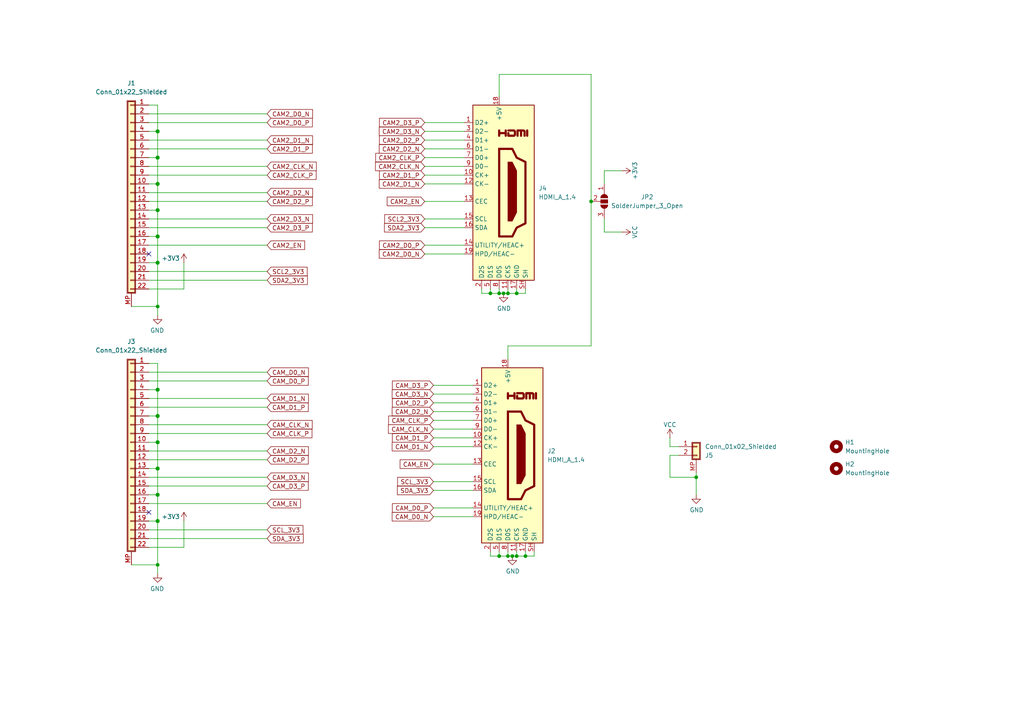
<source format=kicad_sch>
(kicad_sch
	(version 20231120)
	(generator "eeschema")
	(generator_version "8.0")
	(uuid "dd5b4a01-34b9-4645-9174-4d23a252eb00")
	(paper "A4")
	(title_block
		(title "Passive MIPI CSI-2 HDMI Extender Receiver")
		(date "2025-03-02")
		(rev "v1.0 Passive")
		(company "WillWhang")
	)
	(lib_symbols
		(symbol "Conn_01x22_Shielded_1"
			(pin_names
				(offset 1.016) hide)
			(exclude_from_sim no)
			(in_bom yes)
			(on_board yes)
			(property "Reference" "J1"
				(at 0 31.75 0)
				(effects
					(font
						(size 1.27 1.27)
					)
				)
			)
			(property "Value" "Conn_01x22_Shielded"
				(at 0 29.21 0)
				(effects
					(font
						(size 1.27 1.27)
					)
				)
			)
			(property "Footprint" "footprints:TF3822S05SV830"
				(at 0 0 0)
				(effects
					(font
						(size 1.27 1.27)
					)
					(hide yes)
				)
			)
			(property "Datasheet" "~"
				(at 0 0 0)
				(effects
					(font
						(size 1.27 1.27)
					)
					(hide yes)
				)
			)
			(property "Description" "Generic shielded connector, single row, 01x22, script generated (kicad-library-utils/schlib/autogen/connector/)"
				(at 0 0 0)
				(effects
					(font
						(size 1.27 1.27)
					)
					(hide yes)
				)
			)
			(property "ki_keywords" "connector"
				(at 0 0 0)
				(effects
					(font
						(size 1.27 1.27)
					)
					(hide yes)
				)
			)
			(property "ki_fp_filters" "Connector*:*_1x??-1SH*"
				(at 0 0 0)
				(effects
					(font
						(size 1.27 1.27)
					)
					(hide yes)
				)
			)
			(symbol "Conn_01x22_Shielded_1_1_1"
				(rectangle
					(start -1.27 26.67)
					(end 1.27 -29.21)
					(stroke
						(width 0.1524)
						(type default)
					)
					(fill
						(type none)
					)
				)
				(rectangle
					(start -1.016 -27.813)
					(end 0.254 -28.067)
					(stroke
						(width 0.1524)
						(type default)
					)
					(fill
						(type none)
					)
				)
				(rectangle
					(start -1.016 -25.273)
					(end 0.254 -25.527)
					(stroke
						(width 0.1524)
						(type default)
					)
					(fill
						(type none)
					)
				)
				(rectangle
					(start -1.016 -22.733)
					(end 0.254 -22.987)
					(stroke
						(width 0.1524)
						(type default)
					)
					(fill
						(type none)
					)
				)
				(rectangle
					(start -1.016 -20.193)
					(end 0.254 -20.447)
					(stroke
						(width 0.1524)
						(type default)
					)
					(fill
						(type none)
					)
				)
				(rectangle
					(start -1.016 -17.653)
					(end 0.254 -17.907)
					(stroke
						(width 0.1524)
						(type default)
					)
					(fill
						(type none)
					)
				)
				(rectangle
					(start -1.016 -15.113)
					(end 0.254 -15.367)
					(stroke
						(width 0.1524)
						(type default)
					)
					(fill
						(type none)
					)
				)
				(rectangle
					(start -1.016 -12.573)
					(end 0.254 -12.827)
					(stroke
						(width 0.1524)
						(type default)
					)
					(fill
						(type none)
					)
				)
				(rectangle
					(start -1.016 -10.033)
					(end 0.254 -10.287)
					(stroke
						(width 0.1524)
						(type default)
					)
					(fill
						(type none)
					)
				)
				(rectangle
					(start -1.016 -7.493)
					(end 0.254 -7.747)
					(stroke
						(width 0.1524)
						(type default)
					)
					(fill
						(type none)
					)
				)
				(rectangle
					(start -1.016 -4.953)
					(end 0.254 -5.207)
					(stroke
						(width 0.1524)
						(type default)
					)
					(fill
						(type none)
					)
				)
				(rectangle
					(start -1.016 -2.413)
					(end 0.254 -2.667)
					(stroke
						(width 0.1524)
						(type default)
					)
					(fill
						(type none)
					)
				)
				(rectangle
					(start -1.016 0.127)
					(end 0.254 -0.127)
					(stroke
						(width 0.1524)
						(type default)
					)
					(fill
						(type none)
					)
				)
				(rectangle
					(start -1.016 2.667)
					(end 0.254 2.413)
					(stroke
						(width 0.1524)
						(type default)
					)
					(fill
						(type none)
					)
				)
				(rectangle
					(start -1.016 5.207)
					(end 0.254 4.953)
					(stroke
						(width 0.1524)
						(type default)
					)
					(fill
						(type none)
					)
				)
				(rectangle
					(start -1.016 7.747)
					(end 0.254 7.493)
					(stroke
						(width 0.1524)
						(type default)
					)
					(fill
						(type none)
					)
				)
				(rectangle
					(start -1.016 10.287)
					(end 0.254 10.033)
					(stroke
						(width 0.1524)
						(type default)
					)
					(fill
						(type none)
					)
				)
				(rectangle
					(start -1.016 12.827)
					(end 0.254 12.573)
					(stroke
						(width 0.1524)
						(type default)
					)
					(fill
						(type none)
					)
				)
				(rectangle
					(start -1.016 15.367)
					(end 0.254 15.113)
					(stroke
						(width 0.1524)
						(type default)
					)
					(fill
						(type none)
					)
				)
				(rectangle
					(start -1.016 17.907)
					(end 0.254 17.653)
					(stroke
						(width 0.1524)
						(type default)
					)
					(fill
						(type none)
					)
				)
				(rectangle
					(start -1.016 20.447)
					(end 0.254 20.193)
					(stroke
						(width 0.1524)
						(type default)
					)
					(fill
						(type none)
					)
				)
				(rectangle
					(start -1.016 22.987)
					(end 0.254 22.733)
					(stroke
						(width 0.1524)
						(type default)
					)
					(fill
						(type none)
					)
				)
				(rectangle
					(start -1.016 25.527)
					(end 0.254 25.273)
					(stroke
						(width 0.1524)
						(type default)
					)
					(fill
						(type none)
					)
				)
				(rectangle
					(start -1.016 26.416)
					(end 1.016 -28.956)
					(stroke
						(width 0.254)
						(type default)
					)
					(fill
						(type background)
					)
				)
				(pin passive line
					(at -5.08 25.4 0)
					(length 4.064)
					(name "Pin_1"
						(effects
							(font
								(size 1.27 1.27)
							)
						)
					)
					(number "1"
						(effects
							(font
								(size 1.27 1.27)
							)
						)
					)
				)
				(pin passive line
					(at -5.08 2.54 0)
					(length 4.064)
					(name "Pin_10"
						(effects
							(font
								(size 1.27 1.27)
							)
						)
					)
					(number "10"
						(effects
							(font
								(size 1.27 1.27)
							)
						)
					)
				)
				(pin passive line
					(at -5.08 0 0)
					(length 4.064)
					(name "Pin_11"
						(effects
							(font
								(size 1.27 1.27)
							)
						)
					)
					(number "11"
						(effects
							(font
								(size 1.27 1.27)
							)
						)
					)
				)
				(pin passive line
					(at -5.08 -2.54 0)
					(length 4.064)
					(name "Pin_12"
						(effects
							(font
								(size 1.27 1.27)
							)
						)
					)
					(number "12"
						(effects
							(font
								(size 1.27 1.27)
							)
						)
					)
				)
				(pin passive line
					(at -5.08 -5.08 0)
					(length 4.064)
					(name "Pin_13"
						(effects
							(font
								(size 1.27 1.27)
							)
						)
					)
					(number "13"
						(effects
							(font
								(size 1.27 1.27)
							)
						)
					)
				)
				(pin passive line
					(at -5.08 -7.62 0)
					(length 4.064)
					(name "Pin_14"
						(effects
							(font
								(size 1.27 1.27)
							)
						)
					)
					(number "14"
						(effects
							(font
								(size 1.27 1.27)
							)
						)
					)
				)
				(pin passive line
					(at -5.08 -10.16 0)
					(length 4.064)
					(name "Pin_15"
						(effects
							(font
								(size 1.27 1.27)
							)
						)
					)
					(number "15"
						(effects
							(font
								(size 1.27 1.27)
							)
						)
					)
				)
				(pin passive line
					(at -5.08 -12.7 0)
					(length 4.064)
					(name "Pin_16"
						(effects
							(font
								(size 1.27 1.27)
							)
						)
					)
					(number "16"
						(effects
							(font
								(size 1.27 1.27)
							)
						)
					)
				)
				(pin passive line
					(at -5.08 -15.24 0)
					(length 4.064)
					(name "Pin_17"
						(effects
							(font
								(size 1.27 1.27)
							)
						)
					)
					(number "17"
						(effects
							(font
								(size 1.27 1.27)
							)
						)
					)
				)
				(pin passive line
					(at -5.08 -17.78 0)
					(length 4.064)
					(name "Pin_18"
						(effects
							(font
								(size 1.27 1.27)
							)
						)
					)
					(number "18"
						(effects
							(font
								(size 1.27 1.27)
							)
						)
					)
				)
				(pin passive line
					(at -5.08 -20.32 0)
					(length 4.064)
					(name "Pin_19"
						(effects
							(font
								(size 1.27 1.27)
							)
						)
					)
					(number "19"
						(effects
							(font
								(size 1.27 1.27)
							)
						)
					)
				)
				(pin passive line
					(at -5.08 22.86 0)
					(length 4.064)
					(name "Pin_2"
						(effects
							(font
								(size 1.27 1.27)
							)
						)
					)
					(number "2"
						(effects
							(font
								(size 1.27 1.27)
							)
						)
					)
				)
				(pin passive line
					(at -5.08 -22.86 0)
					(length 4.064)
					(name "Pin_20"
						(effects
							(font
								(size 1.27 1.27)
							)
						)
					)
					(number "20"
						(effects
							(font
								(size 1.27 1.27)
							)
						)
					)
				)
				(pin passive line
					(at -5.08 -25.4 0)
					(length 4.064)
					(name "Pin_21"
						(effects
							(font
								(size 1.27 1.27)
							)
						)
					)
					(number "21"
						(effects
							(font
								(size 1.27 1.27)
							)
						)
					)
				)
				(pin passive line
					(at -5.08 -27.94 0)
					(length 4.064)
					(name "Pin_22"
						(effects
							(font
								(size 1.27 1.27)
							)
						)
					)
					(number "22"
						(effects
							(font
								(size 1.27 1.27)
							)
						)
					)
				)
				(pin passive line
					(at -5.08 20.32 0)
					(length 4.064)
					(name "Pin_3"
						(effects
							(font
								(size 1.27 1.27)
							)
						)
					)
					(number "3"
						(effects
							(font
								(size 1.27 1.27)
							)
						)
					)
				)
				(pin passive line
					(at -5.08 17.78 0)
					(length 4.064)
					(name "Pin_4"
						(effects
							(font
								(size 1.27 1.27)
							)
						)
					)
					(number "4"
						(effects
							(font
								(size 1.27 1.27)
							)
						)
					)
				)
				(pin passive line
					(at -5.08 15.24 0)
					(length 4.064)
					(name "Pin_5"
						(effects
							(font
								(size 1.27 1.27)
							)
						)
					)
					(number "5"
						(effects
							(font
								(size 1.27 1.27)
							)
						)
					)
				)
				(pin passive line
					(at -5.08 12.7 0)
					(length 4.064)
					(name "Pin_6"
						(effects
							(font
								(size 1.27 1.27)
							)
						)
					)
					(number "6"
						(effects
							(font
								(size 1.27 1.27)
							)
						)
					)
				)
				(pin passive line
					(at -5.08 10.16 0)
					(length 4.064)
					(name "Pin_7"
						(effects
							(font
								(size 1.27 1.27)
							)
						)
					)
					(number "7"
						(effects
							(font
								(size 1.27 1.27)
							)
						)
					)
				)
				(pin passive line
					(at -5.08 7.62 0)
					(length 4.064)
					(name "Pin_8"
						(effects
							(font
								(size 1.27 1.27)
							)
						)
					)
					(number "8"
						(effects
							(font
								(size 1.27 1.27)
							)
						)
					)
				)
				(pin passive line
					(at -5.08 5.08 0)
					(length 4.064)
					(name "Pin_9"
						(effects
							(font
								(size 1.27 1.27)
							)
						)
					)
					(number "9"
						(effects
							(font
								(size 1.27 1.27)
							)
						)
					)
				)
				(pin passive line
					(at 0 -33.02 90)
					(length 3.81)
					(name "Shield"
						(effects
							(font
								(size 1.27 1.27)
							)
						)
					)
					(number "MP"
						(effects
							(font
								(size 1.27 1.27)
							)
						)
					)
				)
			)
		)
		(symbol "Connector:HDMI_A_1.4"
			(exclude_from_sim no)
			(in_bom yes)
			(on_board yes)
			(property "Reference" "J"
				(at -6.35 26.67 0)
				(effects
					(font
						(size 1.27 1.27)
					)
				)
			)
			(property "Value" "HDMI_A_1.4"
				(at 10.16 26.67 0)
				(effects
					(font
						(size 1.27 1.27)
					)
				)
			)
			(property "Footprint" ""
				(at 0.635 0 0)
				(effects
					(font
						(size 1.27 1.27)
					)
					(hide yes)
				)
			)
			(property "Datasheet" "https://en.wikipedia.org/wiki/HDMI"
				(at 0.635 0 0)
				(effects
					(font
						(size 1.27 1.27)
					)
					(hide yes)
				)
			)
			(property "Description" "HDMI 1.4+ type A connector"
				(at 0 0 0)
				(effects
					(font
						(size 1.27 1.27)
					)
					(hide yes)
				)
			)
			(property "ki_keywords" "hdmi conn"
				(at 0 0 0)
				(effects
					(font
						(size 1.27 1.27)
					)
					(hide yes)
				)
			)
			(property "ki_fp_filters" "HDMI*A*"
				(at 0 0 0)
				(effects
					(font
						(size 1.27 1.27)
					)
					(hide yes)
				)
			)
			(symbol "HDMI_A_1.4_0_0"
				(polyline
					(pts
						(xy 8.128 16.51) (xy 8.128 18.034)
					)
					(stroke
						(width 0.635)
						(type default)
					)
					(fill
						(type none)
					)
				)
				(polyline
					(pts
						(xy 0 16.51) (xy 0 18.034) (xy 0 17.272) (xy 1.905 17.272) (xy 1.905 18.034) (xy 1.905 16.51)
					)
					(stroke
						(width 0.635)
						(type default)
					)
					(fill
						(type none)
					)
				)
				(polyline
					(pts
						(xy 2.667 18.034) (xy 4.318 18.034) (xy 4.572 17.78) (xy 4.572 16.764) (xy 4.318 16.51) (xy 2.667 16.51)
						(xy 2.667 17.272)
					)
					(stroke
						(width 0.635)
						(type default)
					)
					(fill
						(type none)
					)
				)
			)
			(symbol "HDMI_A_1.4_0_1"
				(rectangle
					(start -7.62 25.4)
					(end 10.16 -25.4)
					(stroke
						(width 0.254)
						(type default)
					)
					(fill
						(type background)
					)
				)
				(polyline
					(pts
						(xy 2.54 8.89) (xy 3.81 8.89) (xy 5.08 6.35) (xy 5.08 -5.715) (xy 3.81 -8.255) (xy 2.54 -8.255)
						(xy 2.54 8.89)
					)
					(stroke
						(width 0)
						(type default)
					)
					(fill
						(type outline)
					)
				)
				(polyline
					(pts
						(xy 5.334 16.51) (xy 5.334 18.034) (xy 6.35 18.034) (xy 6.35 16.51) (xy 6.35 18.034) (xy 7.112 18.034)
						(xy 7.366 17.78) (xy 7.366 16.51)
					)
					(stroke
						(width 0.635)
						(type default)
					)
					(fill
						(type none)
					)
				)
				(polyline
					(pts
						(xy 0 12.7) (xy 0 -12.7) (xy 3.81 -12.7) (xy 5.08 -10.16) (xy 7.62 -8.89) (xy 7.62 8.89) (xy 5.08 10.16)
						(xy 3.81 12.7) (xy 0 12.7)
					)
					(stroke
						(width 0.635)
						(type default)
					)
					(fill
						(type none)
					)
				)
			)
			(symbol "HDMI_A_1.4_1_1"
				(pin passive line
					(at -10.16 20.32 0)
					(length 2.54)
					(name "D2+"
						(effects
							(font
								(size 1.27 1.27)
							)
						)
					)
					(number "1"
						(effects
							(font
								(size 1.27 1.27)
							)
						)
					)
				)
				(pin passive line
					(at -10.16 5.08 0)
					(length 2.54)
					(name "CK+"
						(effects
							(font
								(size 1.27 1.27)
							)
						)
					)
					(number "10"
						(effects
							(font
								(size 1.27 1.27)
							)
						)
					)
				)
				(pin power_in line
					(at 2.54 -27.94 90)
					(length 2.54)
					(name "CKS"
						(effects
							(font
								(size 1.27 1.27)
							)
						)
					)
					(number "11"
						(effects
							(font
								(size 1.27 1.27)
							)
						)
					)
				)
				(pin passive line
					(at -10.16 2.54 0)
					(length 2.54)
					(name "CK-"
						(effects
							(font
								(size 1.27 1.27)
							)
						)
					)
					(number "12"
						(effects
							(font
								(size 1.27 1.27)
							)
						)
					)
				)
				(pin bidirectional line
					(at -10.16 -2.54 0)
					(length 2.54)
					(name "CEC"
						(effects
							(font
								(size 1.27 1.27)
							)
						)
					)
					(number "13"
						(effects
							(font
								(size 1.27 1.27)
							)
						)
					)
				)
				(pin passive line
					(at -10.16 -15.24 0)
					(length 2.54)
					(name "UTILITY/HEAC+"
						(effects
							(font
								(size 1.27 1.27)
							)
						)
					)
					(number "14"
						(effects
							(font
								(size 1.27 1.27)
							)
						)
					)
				)
				(pin passive line
					(at -10.16 -7.62 0)
					(length 2.54)
					(name "SCL"
						(effects
							(font
								(size 1.27 1.27)
							)
						)
					)
					(number "15"
						(effects
							(font
								(size 1.27 1.27)
							)
						)
					)
				)
				(pin bidirectional line
					(at -10.16 -10.16 0)
					(length 2.54)
					(name "SDA"
						(effects
							(font
								(size 1.27 1.27)
							)
						)
					)
					(number "16"
						(effects
							(font
								(size 1.27 1.27)
							)
						)
					)
				)
				(pin power_in line
					(at 5.08 -27.94 90)
					(length 2.54)
					(name "GND"
						(effects
							(font
								(size 1.27 1.27)
							)
						)
					)
					(number "17"
						(effects
							(font
								(size 1.27 1.27)
							)
						)
					)
				)
				(pin power_in line
					(at 0 27.94 270)
					(length 2.54)
					(name "+5V"
						(effects
							(font
								(size 1.27 1.27)
							)
						)
					)
					(number "18"
						(effects
							(font
								(size 1.27 1.27)
							)
						)
					)
				)
				(pin passive line
					(at -10.16 -17.78 0)
					(length 2.54)
					(name "HPD/HEAC-"
						(effects
							(font
								(size 1.27 1.27)
							)
						)
					)
					(number "19"
						(effects
							(font
								(size 1.27 1.27)
							)
						)
					)
				)
				(pin power_in line
					(at -5.08 -27.94 90)
					(length 2.54)
					(name "D2S"
						(effects
							(font
								(size 1.27 1.27)
							)
						)
					)
					(number "2"
						(effects
							(font
								(size 1.27 1.27)
							)
						)
					)
				)
				(pin passive line
					(at -10.16 17.78 0)
					(length 2.54)
					(name "D2-"
						(effects
							(font
								(size 1.27 1.27)
							)
						)
					)
					(number "3"
						(effects
							(font
								(size 1.27 1.27)
							)
						)
					)
				)
				(pin passive line
					(at -10.16 15.24 0)
					(length 2.54)
					(name "D1+"
						(effects
							(font
								(size 1.27 1.27)
							)
						)
					)
					(number "4"
						(effects
							(font
								(size 1.27 1.27)
							)
						)
					)
				)
				(pin power_in line
					(at -2.54 -27.94 90)
					(length 2.54)
					(name "D1S"
						(effects
							(font
								(size 1.27 1.27)
							)
						)
					)
					(number "5"
						(effects
							(font
								(size 1.27 1.27)
							)
						)
					)
				)
				(pin passive line
					(at -10.16 12.7 0)
					(length 2.54)
					(name "D1-"
						(effects
							(font
								(size 1.27 1.27)
							)
						)
					)
					(number "6"
						(effects
							(font
								(size 1.27 1.27)
							)
						)
					)
				)
				(pin passive line
					(at -10.16 10.16 0)
					(length 2.54)
					(name "D0+"
						(effects
							(font
								(size 1.27 1.27)
							)
						)
					)
					(number "7"
						(effects
							(font
								(size 1.27 1.27)
							)
						)
					)
				)
				(pin power_in line
					(at 0 -27.94 90)
					(length 2.54)
					(name "D0S"
						(effects
							(font
								(size 1.27 1.27)
							)
						)
					)
					(number "8"
						(effects
							(font
								(size 1.27 1.27)
							)
						)
					)
				)
				(pin passive line
					(at -10.16 7.62 0)
					(length 2.54)
					(name "D0-"
						(effects
							(font
								(size 1.27 1.27)
							)
						)
					)
					(number "9"
						(effects
							(font
								(size 1.27 1.27)
							)
						)
					)
				)
				(pin passive line
					(at 7.62 -27.94 90)
					(length 2.54)
					(name "SH"
						(effects
							(font
								(size 1.27 1.27)
							)
						)
					)
					(number "SH"
						(effects
							(font
								(size 1.27 1.27)
							)
						)
					)
				)
			)
		)
		(symbol "Connector_Generic_Shielded:Conn_01x02_Shielded"
			(pin_names
				(offset 1.016) hide)
			(exclude_from_sim no)
			(in_bom yes)
			(on_board yes)
			(property "Reference" "J?"
				(at 2.54 0.0001 0)
				(effects
					(font
						(size 1.27 1.27)
					)
					(justify left)
				)
			)
			(property "Value" "Conn_01x02_Shielded"
				(at 2.54 -2.5399 0)
				(effects
					(font
						(size 1.27 1.27)
					)
					(justify left)
				)
			)
			(property "Footprint" "Connector_Molex:Molex_PicoBlade_53261-0271_1x02-1MP_P1.25mm_Horizontal"
				(at 0 0 0)
				(effects
					(font
						(size 1.27 1.27)
					)
					(hide yes)
				)
			)
			(property "Datasheet" "~"
				(at 0 0 0)
				(effects
					(font
						(size 1.27 1.27)
					)
					(hide yes)
				)
			)
			(property "Description" "Generic shielded connector, single row, 01x02, script generated (kicad-library-utils/schlib/autogen/connector/)"
				(at 0 0 0)
				(effects
					(font
						(size 1.27 1.27)
					)
					(hide yes)
				)
			)
			(property "ki_keywords" "connector"
				(at 0 0 0)
				(effects
					(font
						(size 1.27 1.27)
					)
					(hide yes)
				)
			)
			(property "ki_fp_filters" "Connector*:*_1x??-1SH*"
				(at 0 0 0)
				(effects
					(font
						(size 1.27 1.27)
					)
					(hide yes)
				)
			)
			(symbol "Conn_01x02_Shielded_1_1"
				(rectangle
					(start -1.27 1.27)
					(end 1.27 -3.81)
					(stroke
						(width 0.1524)
						(type default)
					)
					(fill
						(type none)
					)
				)
				(rectangle
					(start -1.016 -2.413)
					(end 0.254 -2.667)
					(stroke
						(width 0.1524)
						(type default)
					)
					(fill
						(type none)
					)
				)
				(rectangle
					(start -1.016 0.127)
					(end 0.254 -0.127)
					(stroke
						(width 0.1524)
						(type default)
					)
					(fill
						(type none)
					)
				)
				(rectangle
					(start -1.016 1.016)
					(end 1.016 -3.556)
					(stroke
						(width 0.254)
						(type default)
					)
					(fill
						(type background)
					)
				)
				(pin passive line
					(at -5.08 0 0)
					(length 4.064)
					(name "Pin_1"
						(effects
							(font
								(size 1.27 1.27)
							)
						)
					)
					(number "1"
						(effects
							(font
								(size 1.27 1.27)
							)
						)
					)
				)
				(pin passive line
					(at -5.08 -2.54 0)
					(length 4.064)
					(name "Pin_2"
						(effects
							(font
								(size 1.27 1.27)
							)
						)
					)
					(number "2"
						(effects
							(font
								(size 1.27 1.27)
							)
						)
					)
				)
				(pin passive line
					(at 0 -7.62 90)
					(length 3.81)
					(name "Shield"
						(effects
							(font
								(size 1.27 1.27)
							)
						)
					)
					(number "MP"
						(effects
							(font
								(size 1.27 1.27)
							)
						)
					)
				)
			)
		)
		(symbol "Connector_Generic_Shielded:Conn_01x22_Shielded"
			(pin_names
				(offset 1.016) hide)
			(exclude_from_sim no)
			(in_bom yes)
			(on_board yes)
			(property "Reference" "J3"
				(at 0 31.75 0)
				(effects
					(font
						(size 1.27 1.27)
					)
				)
			)
			(property "Value" "Conn_01x22_Shielded"
				(at 0 29.21 0)
				(effects
					(font
						(size 1.27 1.27)
					)
				)
			)
			(property "Footprint" "footprints:TF3822S05SV830"
				(at 0 0 0)
				(effects
					(font
						(size 1.27 1.27)
					)
					(hide yes)
				)
			)
			(property "Datasheet" "~"
				(at 0 0 0)
				(effects
					(font
						(size 1.27 1.27)
					)
					(hide yes)
				)
			)
			(property "Description" "Generic shielded connector, single row, 01x22, script generated (kicad-library-utils/schlib/autogen/connector/)"
				(at 0 0 0)
				(effects
					(font
						(size 1.27 1.27)
					)
					(hide yes)
				)
			)
			(property "ki_keywords" "connector"
				(at 0 0 0)
				(effects
					(font
						(size 1.27 1.27)
					)
					(hide yes)
				)
			)
			(property "ki_fp_filters" "Connector*:*_1x??-1SH*"
				(at 0 0 0)
				(effects
					(font
						(size 1.27 1.27)
					)
					(hide yes)
				)
			)
			(symbol "Conn_01x22_Shielded_1_1"
				(rectangle
					(start -1.27 26.67)
					(end 1.27 -29.21)
					(stroke
						(width 0.1524)
						(type default)
					)
					(fill
						(type none)
					)
				)
				(rectangle
					(start -1.016 -27.813)
					(end 0.254 -28.067)
					(stroke
						(width 0.1524)
						(type default)
					)
					(fill
						(type none)
					)
				)
				(rectangle
					(start -1.016 -25.273)
					(end 0.254 -25.527)
					(stroke
						(width 0.1524)
						(type default)
					)
					(fill
						(type none)
					)
				)
				(rectangle
					(start -1.016 -22.733)
					(end 0.254 -22.987)
					(stroke
						(width 0.1524)
						(type default)
					)
					(fill
						(type none)
					)
				)
				(rectangle
					(start -1.016 -20.193)
					(end 0.254 -20.447)
					(stroke
						(width 0.1524)
						(type default)
					)
					(fill
						(type none)
					)
				)
				(rectangle
					(start -1.016 -17.653)
					(end 0.254 -17.907)
					(stroke
						(width 0.1524)
						(type default)
					)
					(fill
						(type none)
					)
				)
				(rectangle
					(start -1.016 -15.113)
					(end 0.254 -15.367)
					(stroke
						(width 0.1524)
						(type default)
					)
					(fill
						(type none)
					)
				)
				(rectangle
					(start -1.016 -12.573)
					(end 0.254 -12.827)
					(stroke
						(width 0.1524)
						(type default)
					)
					(fill
						(type none)
					)
				)
				(rectangle
					(start -1.016 -10.033)
					(end 0.254 -10.287)
					(stroke
						(width 0.1524)
						(type default)
					)
					(fill
						(type none)
					)
				)
				(rectangle
					(start -1.016 -7.493)
					(end 0.254 -7.747)
					(stroke
						(width 0.1524)
						(type default)
					)
					(fill
						(type none)
					)
				)
				(rectangle
					(start -1.016 -4.953)
					(end 0.254 -5.207)
					(stroke
						(width 0.1524)
						(type default)
					)
					(fill
						(type none)
					)
				)
				(rectangle
					(start -1.016 -2.413)
					(end 0.254 -2.667)
					(stroke
						(width 0.1524)
						(type default)
					)
					(fill
						(type none)
					)
				)
				(rectangle
					(start -1.016 0.127)
					(end 0.254 -0.127)
					(stroke
						(width 0.1524)
						(type default)
					)
					(fill
						(type none)
					)
				)
				(rectangle
					(start -1.016 2.667)
					(end 0.254 2.413)
					(stroke
						(width 0.1524)
						(type default)
					)
					(fill
						(type none)
					)
				)
				(rectangle
					(start -1.016 5.207)
					(end 0.254 4.953)
					(stroke
						(width 0.1524)
						(type default)
					)
					(fill
						(type none)
					)
				)
				(rectangle
					(start -1.016 7.747)
					(end 0.254 7.493)
					(stroke
						(width 0.1524)
						(type default)
					)
					(fill
						(type none)
					)
				)
				(rectangle
					(start -1.016 10.287)
					(end 0.254 10.033)
					(stroke
						(width 0.1524)
						(type default)
					)
					(fill
						(type none)
					)
				)
				(rectangle
					(start -1.016 12.827)
					(end 0.254 12.573)
					(stroke
						(width 0.1524)
						(type default)
					)
					(fill
						(type none)
					)
				)
				(rectangle
					(start -1.016 15.367)
					(end 0.254 15.113)
					(stroke
						(width 0.1524)
						(type default)
					)
					(fill
						(type none)
					)
				)
				(rectangle
					(start -1.016 17.907)
					(end 0.254 17.653)
					(stroke
						(width 0.1524)
						(type default)
					)
					(fill
						(type none)
					)
				)
				(rectangle
					(start -1.016 20.447)
					(end 0.254 20.193)
					(stroke
						(width 0.1524)
						(type default)
					)
					(fill
						(type none)
					)
				)
				(rectangle
					(start -1.016 22.987)
					(end 0.254 22.733)
					(stroke
						(width 0.1524)
						(type default)
					)
					(fill
						(type none)
					)
				)
				(rectangle
					(start -1.016 25.527)
					(end 0.254 25.273)
					(stroke
						(width 0.1524)
						(type default)
					)
					(fill
						(type none)
					)
				)
				(rectangle
					(start -1.016 26.416)
					(end 1.016 -28.956)
					(stroke
						(width 0.254)
						(type default)
					)
					(fill
						(type background)
					)
				)
				(pin passive line
					(at -5.08 25.4 0)
					(length 4.064)
					(name "Pin_1"
						(effects
							(font
								(size 1.27 1.27)
							)
						)
					)
					(number "1"
						(effects
							(font
								(size 1.27 1.27)
							)
						)
					)
				)
				(pin passive line
					(at -5.08 2.54 0)
					(length 4.064)
					(name "Pin_10"
						(effects
							(font
								(size 1.27 1.27)
							)
						)
					)
					(number "10"
						(effects
							(font
								(size 1.27 1.27)
							)
						)
					)
				)
				(pin passive line
					(at -5.08 0 0)
					(length 4.064)
					(name "Pin_11"
						(effects
							(font
								(size 1.27 1.27)
							)
						)
					)
					(number "11"
						(effects
							(font
								(size 1.27 1.27)
							)
						)
					)
				)
				(pin passive line
					(at -5.08 -2.54 0)
					(length 4.064)
					(name "Pin_12"
						(effects
							(font
								(size 1.27 1.27)
							)
						)
					)
					(number "12"
						(effects
							(font
								(size 1.27 1.27)
							)
						)
					)
				)
				(pin passive line
					(at -5.08 -5.08 0)
					(length 4.064)
					(name "Pin_13"
						(effects
							(font
								(size 1.27 1.27)
							)
						)
					)
					(number "13"
						(effects
							(font
								(size 1.27 1.27)
							)
						)
					)
				)
				(pin passive line
					(at -5.08 -7.62 0)
					(length 4.064)
					(name "Pin_14"
						(effects
							(font
								(size 1.27 1.27)
							)
						)
					)
					(number "14"
						(effects
							(font
								(size 1.27 1.27)
							)
						)
					)
				)
				(pin passive line
					(at -5.08 -10.16 0)
					(length 4.064)
					(name "Pin_15"
						(effects
							(font
								(size 1.27 1.27)
							)
						)
					)
					(number "15"
						(effects
							(font
								(size 1.27 1.27)
							)
						)
					)
				)
				(pin passive line
					(at -5.08 -12.7 0)
					(length 4.064)
					(name "Pin_16"
						(effects
							(font
								(size 1.27 1.27)
							)
						)
					)
					(number "16"
						(effects
							(font
								(size 1.27 1.27)
							)
						)
					)
				)
				(pin passive line
					(at -5.08 -15.24 0)
					(length 4.064)
					(name "Pin_17"
						(effects
							(font
								(size 1.27 1.27)
							)
						)
					)
					(number "17"
						(effects
							(font
								(size 1.27 1.27)
							)
						)
					)
				)
				(pin passive line
					(at -5.08 -17.78 0)
					(length 4.064)
					(name "Pin_18"
						(effects
							(font
								(size 1.27 1.27)
							)
						)
					)
					(number "18"
						(effects
							(font
								(size 1.27 1.27)
							)
						)
					)
				)
				(pin passive line
					(at -5.08 -20.32 0)
					(length 4.064)
					(name "Pin_19"
						(effects
							(font
								(size 1.27 1.27)
							)
						)
					)
					(number "19"
						(effects
							(font
								(size 1.27 1.27)
							)
						)
					)
				)
				(pin passive line
					(at -5.08 22.86 0)
					(length 4.064)
					(name "Pin_2"
						(effects
							(font
								(size 1.27 1.27)
							)
						)
					)
					(number "2"
						(effects
							(font
								(size 1.27 1.27)
							)
						)
					)
				)
				(pin passive line
					(at -5.08 -22.86 0)
					(length 4.064)
					(name "Pin_20"
						(effects
							(font
								(size 1.27 1.27)
							)
						)
					)
					(number "20"
						(effects
							(font
								(size 1.27 1.27)
							)
						)
					)
				)
				(pin passive line
					(at -5.08 -25.4 0)
					(length 4.064)
					(name "Pin_21"
						(effects
							(font
								(size 1.27 1.27)
							)
						)
					)
					(number "21"
						(effects
							(font
								(size 1.27 1.27)
							)
						)
					)
				)
				(pin passive line
					(at -5.08 -27.94 0)
					(length 4.064)
					(name "Pin_22"
						(effects
							(font
								(size 1.27 1.27)
							)
						)
					)
					(number "22"
						(effects
							(font
								(size 1.27 1.27)
							)
						)
					)
				)
				(pin passive line
					(at -5.08 20.32 0)
					(length 4.064)
					(name "Pin_3"
						(effects
							(font
								(size 1.27 1.27)
							)
						)
					)
					(number "3"
						(effects
							(font
								(size 1.27 1.27)
							)
						)
					)
				)
				(pin passive line
					(at -5.08 17.78 0)
					(length 4.064)
					(name "Pin_4"
						(effects
							(font
								(size 1.27 1.27)
							)
						)
					)
					(number "4"
						(effects
							(font
								(size 1.27 1.27)
							)
						)
					)
				)
				(pin passive line
					(at -5.08 15.24 0)
					(length 4.064)
					(name "Pin_5"
						(effects
							(font
								(size 1.27 1.27)
							)
						)
					)
					(number "5"
						(effects
							(font
								(size 1.27 1.27)
							)
						)
					)
				)
				(pin passive line
					(at -5.08 12.7 0)
					(length 4.064)
					(name "Pin_6"
						(effects
							(font
								(size 1.27 1.27)
							)
						)
					)
					(number "6"
						(effects
							(font
								(size 1.27 1.27)
							)
						)
					)
				)
				(pin passive line
					(at -5.08 10.16 0)
					(length 4.064)
					(name "Pin_7"
						(effects
							(font
								(size 1.27 1.27)
							)
						)
					)
					(number "7"
						(effects
							(font
								(size 1.27 1.27)
							)
						)
					)
				)
				(pin passive line
					(at -5.08 7.62 0)
					(length 4.064)
					(name "Pin_8"
						(effects
							(font
								(size 1.27 1.27)
							)
						)
					)
					(number "8"
						(effects
							(font
								(size 1.27 1.27)
							)
						)
					)
				)
				(pin passive line
					(at -5.08 5.08 0)
					(length 4.064)
					(name "Pin_9"
						(effects
							(font
								(size 1.27 1.27)
							)
						)
					)
					(number "9"
						(effects
							(font
								(size 1.27 1.27)
							)
						)
					)
				)
				(pin passive line
					(at 0 -33.02 90)
					(length 3.81)
					(name "Shield"
						(effects
							(font
								(size 1.27 1.27)
							)
						)
					)
					(number "MP"
						(effects
							(font
								(size 1.27 1.27)
							)
						)
					)
				)
			)
		)
		(symbol "Jumper:SolderJumper_3_Open"
			(pin_names
				(offset 0) hide)
			(exclude_from_sim yes)
			(in_bom no)
			(on_board yes)
			(property "Reference" "JP"
				(at -2.54 -2.54 0)
				(effects
					(font
						(size 1.27 1.27)
					)
				)
			)
			(property "Value" "SolderJumper_3_Open"
				(at 0 2.794 0)
				(effects
					(font
						(size 1.27 1.27)
					)
				)
			)
			(property "Footprint" ""
				(at 0 0 0)
				(effects
					(font
						(size 1.27 1.27)
					)
					(hide yes)
				)
			)
			(property "Datasheet" "~"
				(at 0 0 0)
				(effects
					(font
						(size 1.27 1.27)
					)
					(hide yes)
				)
			)
			(property "Description" "Solder Jumper, 3-pole, open"
				(at 0 0 0)
				(effects
					(font
						(size 1.27 1.27)
					)
					(hide yes)
				)
			)
			(property "ki_keywords" "Solder Jumper SPDT"
				(at 0 0 0)
				(effects
					(font
						(size 1.27 1.27)
					)
					(hide yes)
				)
			)
			(property "ki_fp_filters" "SolderJumper*Open*"
				(at 0 0 0)
				(effects
					(font
						(size 1.27 1.27)
					)
					(hide yes)
				)
			)
			(symbol "SolderJumper_3_Open_0_1"
				(arc
					(start -1.016 1.016)
					(mid -2.0276 0)
					(end -1.016 -1.016)
					(stroke
						(width 0)
						(type default)
					)
					(fill
						(type none)
					)
				)
				(arc
					(start -1.016 1.016)
					(mid -2.0276 0)
					(end -1.016 -1.016)
					(stroke
						(width 0)
						(type default)
					)
					(fill
						(type outline)
					)
				)
				(rectangle
					(start -0.508 1.016)
					(end 0.508 -1.016)
					(stroke
						(width 0)
						(type default)
					)
					(fill
						(type outline)
					)
				)
				(polyline
					(pts
						(xy -2.54 0) (xy -2.032 0)
					)
					(stroke
						(width 0)
						(type default)
					)
					(fill
						(type none)
					)
				)
				(polyline
					(pts
						(xy -1.016 1.016) (xy -1.016 -1.016)
					)
					(stroke
						(width 0)
						(type default)
					)
					(fill
						(type none)
					)
				)
				(polyline
					(pts
						(xy 0 -1.27) (xy 0 -1.016)
					)
					(stroke
						(width 0)
						(type default)
					)
					(fill
						(type none)
					)
				)
				(polyline
					(pts
						(xy 1.016 1.016) (xy 1.016 -1.016)
					)
					(stroke
						(width 0)
						(type default)
					)
					(fill
						(type none)
					)
				)
				(polyline
					(pts
						(xy 2.54 0) (xy 2.032 0)
					)
					(stroke
						(width 0)
						(type default)
					)
					(fill
						(type none)
					)
				)
				(arc
					(start 1.016 -1.016)
					(mid 2.0276 0)
					(end 1.016 1.016)
					(stroke
						(width 0)
						(type default)
					)
					(fill
						(type none)
					)
				)
				(arc
					(start 1.016 -1.016)
					(mid 2.0276 0)
					(end 1.016 1.016)
					(stroke
						(width 0)
						(type default)
					)
					(fill
						(type outline)
					)
				)
			)
			(symbol "SolderJumper_3_Open_1_1"
				(pin passive line
					(at -5.08 0 0)
					(length 2.54)
					(name "A"
						(effects
							(font
								(size 1.27 1.27)
							)
						)
					)
					(number "1"
						(effects
							(font
								(size 1.27 1.27)
							)
						)
					)
				)
				(pin passive line
					(at 0 -3.81 90)
					(length 2.54)
					(name "C"
						(effects
							(font
								(size 1.27 1.27)
							)
						)
					)
					(number "2"
						(effects
							(font
								(size 1.27 1.27)
							)
						)
					)
				)
				(pin passive line
					(at 5.08 0 180)
					(length 2.54)
					(name "B"
						(effects
							(font
								(size 1.27 1.27)
							)
						)
					)
					(number "3"
						(effects
							(font
								(size 1.27 1.27)
							)
						)
					)
				)
			)
		)
		(symbol "Mechanical:MountingHole"
			(pin_names
				(offset 1.016)
			)
			(exclude_from_sim yes)
			(in_bom no)
			(on_board yes)
			(property "Reference" "H"
				(at 0 5.08 0)
				(effects
					(font
						(size 1.27 1.27)
					)
				)
			)
			(property "Value" "MountingHole"
				(at 0 3.175 0)
				(effects
					(font
						(size 1.27 1.27)
					)
				)
			)
			(property "Footprint" ""
				(at 0 0 0)
				(effects
					(font
						(size 1.27 1.27)
					)
					(hide yes)
				)
			)
			(property "Datasheet" "~"
				(at 0 0 0)
				(effects
					(font
						(size 1.27 1.27)
					)
					(hide yes)
				)
			)
			(property "Description" "Mounting Hole without connection"
				(at 0 0 0)
				(effects
					(font
						(size 1.27 1.27)
					)
					(hide yes)
				)
			)
			(property "ki_keywords" "mounting hole"
				(at 0 0 0)
				(effects
					(font
						(size 1.27 1.27)
					)
					(hide yes)
				)
			)
			(property "ki_fp_filters" "MountingHole*"
				(at 0 0 0)
				(effects
					(font
						(size 1.27 1.27)
					)
					(hide yes)
				)
			)
			(symbol "MountingHole_0_1"
				(circle
					(center 0 0)
					(radius 1.27)
					(stroke
						(width 1.27)
						(type default)
					)
					(fill
						(type none)
					)
				)
			)
		)
		(symbol "power:+3.3V"
			(power)
			(pin_names
				(offset 0)
			)
			(exclude_from_sim no)
			(in_bom yes)
			(on_board yes)
			(property "Reference" "#PWR"
				(at 0 -3.81 0)
				(effects
					(font
						(size 1.27 1.27)
					)
					(hide yes)
				)
			)
			(property "Value" "+3.3V"
				(at 0 3.556 0)
				(effects
					(font
						(size 1.27 1.27)
					)
				)
			)
			(property "Footprint" ""
				(at 0 0 0)
				(effects
					(font
						(size 1.27 1.27)
					)
					(hide yes)
				)
			)
			(property "Datasheet" ""
				(at 0 0 0)
				(effects
					(font
						(size 1.27 1.27)
					)
					(hide yes)
				)
			)
			(property "Description" "Power symbol creates a global label with name \"+3.3V\""
				(at 0 0 0)
				(effects
					(font
						(size 1.27 1.27)
					)
					(hide yes)
				)
			)
			(property "ki_keywords" "power-flag"
				(at 0 0 0)
				(effects
					(font
						(size 1.27 1.27)
					)
					(hide yes)
				)
			)
			(symbol "+3.3V_0_1"
				(polyline
					(pts
						(xy -0.762 1.27) (xy 0 2.54)
					)
					(stroke
						(width 0)
						(type default)
					)
					(fill
						(type none)
					)
				)
				(polyline
					(pts
						(xy 0 0) (xy 0 2.54)
					)
					(stroke
						(width 0)
						(type default)
					)
					(fill
						(type none)
					)
				)
				(polyline
					(pts
						(xy 0 2.54) (xy 0.762 1.27)
					)
					(stroke
						(width 0)
						(type default)
					)
					(fill
						(type none)
					)
				)
			)
			(symbol "+3.3V_1_1"
				(pin power_in line
					(at 0 0 90)
					(length 0) hide
					(name "+3V3"
						(effects
							(font
								(size 1.27 1.27)
							)
						)
					)
					(number "1"
						(effects
							(font
								(size 1.27 1.27)
							)
						)
					)
				)
			)
		)
		(symbol "power:GND"
			(power)
			(pin_names
				(offset 0)
			)
			(exclude_from_sim no)
			(in_bom yes)
			(on_board yes)
			(property "Reference" "#PWR"
				(at 0 -6.35 0)
				(effects
					(font
						(size 1.27 1.27)
					)
					(hide yes)
				)
			)
			(property "Value" "GND"
				(at 0 -3.81 0)
				(effects
					(font
						(size 1.27 1.27)
					)
				)
			)
			(property "Footprint" ""
				(at 0 0 0)
				(effects
					(font
						(size 1.27 1.27)
					)
					(hide yes)
				)
			)
			(property "Datasheet" ""
				(at 0 0 0)
				(effects
					(font
						(size 1.27 1.27)
					)
					(hide yes)
				)
			)
			(property "Description" "Power symbol creates a global label with name \"GND\" , ground"
				(at 0 0 0)
				(effects
					(font
						(size 1.27 1.27)
					)
					(hide yes)
				)
			)
			(property "ki_keywords" "power-flag"
				(at 0 0 0)
				(effects
					(font
						(size 1.27 1.27)
					)
					(hide yes)
				)
			)
			(symbol "GND_0_1"
				(polyline
					(pts
						(xy 0 0) (xy 0 -1.27) (xy 1.27 -1.27) (xy 0 -2.54) (xy -1.27 -1.27) (xy 0 -1.27)
					)
					(stroke
						(width 0)
						(type default)
					)
					(fill
						(type none)
					)
				)
			)
			(symbol "GND_1_1"
				(pin power_in line
					(at 0 0 270)
					(length 0) hide
					(name "GND"
						(effects
							(font
								(size 1.27 1.27)
							)
						)
					)
					(number "1"
						(effects
							(font
								(size 1.27 1.27)
							)
						)
					)
				)
			)
		)
		(symbol "power:VCC"
			(power)
			(pin_numbers hide)
			(pin_names
				(offset 0) hide)
			(exclude_from_sim no)
			(in_bom yes)
			(on_board yes)
			(property "Reference" "#PWR"
				(at 0 -3.81 0)
				(effects
					(font
						(size 1.27 1.27)
					)
					(hide yes)
				)
			)
			(property "Value" "VCC"
				(at 0 3.556 0)
				(effects
					(font
						(size 1.27 1.27)
					)
				)
			)
			(property "Footprint" ""
				(at 0 0 0)
				(effects
					(font
						(size 1.27 1.27)
					)
					(hide yes)
				)
			)
			(property "Datasheet" ""
				(at 0 0 0)
				(effects
					(font
						(size 1.27 1.27)
					)
					(hide yes)
				)
			)
			(property "Description" "Power symbol creates a global label with name \"VCC\""
				(at 0 0 0)
				(effects
					(font
						(size 1.27 1.27)
					)
					(hide yes)
				)
			)
			(property "ki_keywords" "global power"
				(at 0 0 0)
				(effects
					(font
						(size 1.27 1.27)
					)
					(hide yes)
				)
			)
			(symbol "VCC_0_1"
				(polyline
					(pts
						(xy -0.762 1.27) (xy 0 2.54)
					)
					(stroke
						(width 0)
						(type default)
					)
					(fill
						(type none)
					)
				)
				(polyline
					(pts
						(xy 0 0) (xy 0 2.54)
					)
					(stroke
						(width 0)
						(type default)
					)
					(fill
						(type none)
					)
				)
				(polyline
					(pts
						(xy 0 2.54) (xy 0.762 1.27)
					)
					(stroke
						(width 0)
						(type default)
					)
					(fill
						(type none)
					)
				)
			)
			(symbol "VCC_1_1"
				(pin power_in line
					(at 0 0 90)
					(length 0)
					(name "~"
						(effects
							(font
								(size 1.27 1.27)
							)
						)
					)
					(number "1"
						(effects
							(font
								(size 1.27 1.27)
							)
						)
					)
				)
			)
		)
	)
	(junction
		(at 45.72 163.83)
		(diameter 0)
		(color 0 0 0 0)
		(uuid "121f3366-d8d1-4a32-83a0-09be0a11441b")
	)
	(junction
		(at 45.72 53.34)
		(diameter 1.016)
		(color 0 0 0 0)
		(uuid "1a6b5670-34ca-4646-b4cd-d4d180342c1e")
	)
	(junction
		(at 144.78 85.09)
		(diameter 0)
		(color 0 0 0 0)
		(uuid "1dfee14b-b6d0-4223-b2a7-994fd144f7fa")
	)
	(junction
		(at 146.05 85.09)
		(diameter 0)
		(color 0 0 0 0)
		(uuid "1ec82c5e-7ecf-438b-bdf6-07d77c375402")
	)
	(junction
		(at 149.86 85.09)
		(diameter 0)
		(color 0 0 0 0)
		(uuid "2b5d8080-50bc-495e-8bef-c3d613679223")
	)
	(junction
		(at 45.72 68.58)
		(diameter 1.016)
		(color 0 0 0 0)
		(uuid "4a27118b-9ae5-4403-84bb-fae787d4fb13")
	)
	(junction
		(at 45.72 120.65)
		(diameter 1.016)
		(color 0 0 0 0)
		(uuid "5b0968f5-27ac-4240-ad2b-c31137ef241d")
	)
	(junction
		(at 144.78 161.29)
		(diameter 0)
		(color 0 0 0 0)
		(uuid "60f72dc6-f2e0-416c-b9ca-9fd0deedaa53")
	)
	(junction
		(at 45.72 60.96)
		(diameter 1.016)
		(color 0 0 0 0)
		(uuid "7ae0a636-bd77-4485-b43d-08c7a47aed81")
	)
	(junction
		(at 45.72 135.89)
		(diameter 1.016)
		(color 0 0 0 0)
		(uuid "9022155b-ed8d-472e-8c05-bae9edeafb37")
	)
	(junction
		(at 149.86 161.29)
		(diameter 0)
		(color 0 0 0 0)
		(uuid "9282ec0a-a832-4b84-bf6c-96950f2c7038")
	)
	(junction
		(at 45.72 76.2)
		(diameter 1.016)
		(color 0 0 0 0)
		(uuid "941a678d-249b-4dc8-88d7-0ca7fd6e75b3")
	)
	(junction
		(at 147.32 85.09)
		(diameter 0)
		(color 0 0 0 0)
		(uuid "96382c00-995a-4977-abb1-c81ab0ba05aa")
	)
	(junction
		(at 201.93 138.43)
		(diameter 0)
		(color 0 0 0 0)
		(uuid "966f0105-5fc0-4a7f-b10b-bad891229168")
	)
	(junction
		(at 45.72 113.03)
		(diameter 1.016)
		(color 0 0 0 0)
		(uuid "9cb91842-ec0d-4734-9aa7-0d4aa8868ecc")
	)
	(junction
		(at 142.24 85.09)
		(diameter 0)
		(color 0 0 0 0)
		(uuid "9e09071d-1a8b-4fb7-97cd-53bd3585fa15")
	)
	(junction
		(at 45.72 45.72)
		(diameter 1.016)
		(color 0 0 0 0)
		(uuid "a98ef96f-ff3e-4ca4-b493-ce0eb170b987")
	)
	(junction
		(at 45.72 88.9)
		(diameter 0)
		(color 0 0 0 0)
		(uuid "b3913357-364b-474d-8d14-1f7af8752e67")
	)
	(junction
		(at 45.72 128.27)
		(diameter 1.016)
		(color 0 0 0 0)
		(uuid "b52190ae-1e80-49d9-9880-bb02213a6e0a")
	)
	(junction
		(at 45.72 143.51)
		(diameter 1.016)
		(color 0 0 0 0)
		(uuid "b853c3e3-7c8b-4e00-97b5-c88aab023e0c")
	)
	(junction
		(at 45.72 151.13)
		(diameter 1.016)
		(color 0 0 0 0)
		(uuid "bbaeed55-9038-4719-8a9c-3c61d310f6e6")
	)
	(junction
		(at 148.59 161.29)
		(diameter 0)
		(color 0 0 0 0)
		(uuid "c7ecbc45-a1c8-4a1e-a108-daab8916d7d2")
	)
	(junction
		(at 152.4 161.29)
		(diameter 0)
		(color 0 0 0 0)
		(uuid "e95c11a0-e24d-4507-93a7-b01d929761a9")
	)
	(junction
		(at 45.72 38.1)
		(diameter 1.016)
		(color 0 0 0 0)
		(uuid "ebe3cc7e-a569-4ac9-9059-4f5b42312847")
	)
	(junction
		(at 147.32 161.29)
		(diameter 0)
		(color 0 0 0 0)
		(uuid "f1335107-d7eb-48ef-b6c8-6ea73e839cab")
	)
	(junction
		(at 171.45 58.42)
		(diameter 0)
		(color 0 0 0 0)
		(uuid "f68d5ab9-bc66-4789-b5b7-58d67d6d54ed")
	)
	(no_connect
		(at 43.18 73.66)
		(uuid "5c482df4-fb15-46e3-922a-bac461ef9b21")
	)
	(no_connect
		(at 43.18 148.59)
		(uuid "cc2f20e5-061d-4973-830f-0a0e69fc2f08")
	)
	(wire
		(pts
			(xy 43.18 158.75) (xy 53.34 158.75)
		)
		(stroke
			(width 0)
			(type solid)
		)
		(uuid "00038eac-ed51-4100-8c68-f3c4710b318b")
	)
	(wire
		(pts
			(xy 125.73 142.24) (xy 137.16 142.24)
		)
		(stroke
			(width 0)
			(type default)
		)
		(uuid "00da502d-40e4-4beb-85fc-3b0665c805fb")
	)
	(wire
		(pts
			(xy 45.72 38.1) (xy 43.18 38.1)
		)
		(stroke
			(width 0)
			(type solid)
		)
		(uuid "019e2c2f-c4c5-4c22-a113-8effa40ade02")
	)
	(wire
		(pts
			(xy 152.4 161.29) (xy 154.94 161.29)
		)
		(stroke
			(width 0)
			(type default)
		)
		(uuid "0bcaadf7-d3f3-405f-9e34-3f8770d4c86f")
	)
	(wire
		(pts
			(xy 125.73 147.32) (xy 137.16 147.32)
		)
		(stroke
			(width 0)
			(type default)
		)
		(uuid "0dcd7e43-2bc5-4199-b359-3e2fe5a87ab8")
	)
	(wire
		(pts
			(xy 180.34 67.31) (xy 175.26 67.31)
		)
		(stroke
			(width 0)
			(type default)
		)
		(uuid "0e9554ee-22e0-494b-ac39-672ebf7f446e")
	)
	(wire
		(pts
			(xy 77.47 140.97) (xy 43.18 140.97)
		)
		(stroke
			(width 0)
			(type solid)
		)
		(uuid "0ed78543-4da1-4e43-ab14-ef4be3b4ee70")
	)
	(wire
		(pts
			(xy 45.72 128.27) (xy 43.18 128.27)
		)
		(stroke
			(width 0)
			(type solid)
		)
		(uuid "0f5a818e-41d1-4477-bb58-94fc5489eb30")
	)
	(wire
		(pts
			(xy 77.47 123.19) (xy 43.18 123.19)
		)
		(stroke
			(width 0)
			(type default)
		)
		(uuid "12589f1c-137e-4c84-81be-9b83e53f6816")
	)
	(wire
		(pts
			(xy 123.19 35.56) (xy 134.62 35.56)
		)
		(stroke
			(width 0)
			(type default)
		)
		(uuid "136fe179-736d-4f24-a93b-64c8cb92acbc")
	)
	(wire
		(pts
			(xy 45.72 128.27) (xy 45.72 135.89)
		)
		(stroke
			(width 0)
			(type solid)
		)
		(uuid "13fb4b78-a4dd-4826-b875-e18260d370c3")
	)
	(wire
		(pts
			(xy 144.78 85.09) (xy 146.05 85.09)
		)
		(stroke
			(width 0)
			(type default)
		)
		(uuid "16b5ea4d-76d0-4e07-a981-540f3e65300a")
	)
	(wire
		(pts
			(xy 45.72 38.1) (xy 45.72 45.72)
		)
		(stroke
			(width 0)
			(type solid)
		)
		(uuid "1ad37af8-1bed-4ea6-8c61-87ade6b60452")
	)
	(wire
		(pts
			(xy 123.19 40.64) (xy 134.62 40.64)
		)
		(stroke
			(width 0)
			(type default)
		)
		(uuid "1d2f9458-bec4-448b-a97f-e1778d2ebb1a")
	)
	(wire
		(pts
			(xy 45.72 68.58) (xy 45.72 76.2)
		)
		(stroke
			(width 0)
			(type solid)
		)
		(uuid "2015e3ad-4b57-474c-898d-28fef8088ff2")
	)
	(wire
		(pts
			(xy 125.73 129.54) (xy 137.16 129.54)
		)
		(stroke
			(width 0)
			(type default)
		)
		(uuid "2206f481-4cf7-4b1f-a7bc-362b91f15a36")
	)
	(wire
		(pts
			(xy 45.72 45.72) (xy 43.18 45.72)
		)
		(stroke
			(width 0)
			(type solid)
		)
		(uuid "22549a94-4dae-4e0b-b2df-3a3bc0181908")
	)
	(wire
		(pts
			(xy 77.47 66.04) (xy 43.18 66.04)
		)
		(stroke
			(width 0)
			(type solid)
		)
		(uuid "2478f8f1-c94f-4479-916a-44100f6502ed")
	)
	(wire
		(pts
			(xy 149.86 85.09) (xy 152.4 85.09)
		)
		(stroke
			(width 0)
			(type default)
		)
		(uuid "297f3448-0a35-45af-8cd1-4338e1e2395e")
	)
	(wire
		(pts
			(xy 123.19 38.1) (xy 134.62 38.1)
		)
		(stroke
			(width 0)
			(type default)
		)
		(uuid "298989ab-4c0a-471a-a261-5f4c50dc20ee")
	)
	(wire
		(pts
			(xy 45.72 60.96) (xy 43.18 60.96)
		)
		(stroke
			(width 0)
			(type solid)
		)
		(uuid "2d1730d2-d4e3-4ac2-aed1-9ecb03059104")
	)
	(wire
		(pts
			(xy 45.72 113.03) (xy 43.18 113.03)
		)
		(stroke
			(width 0)
			(type solid)
		)
		(uuid "2ed9393d-34b9-44e6-add2-d5943d4b481c")
	)
	(wire
		(pts
			(xy 77.47 138.43) (xy 43.18 138.43)
		)
		(stroke
			(width 0)
			(type solid)
		)
		(uuid "352f7b1a-3b25-40eb-aee4-ddf6535ee970")
	)
	(wire
		(pts
			(xy 201.93 137.16) (xy 201.93 138.43)
		)
		(stroke
			(width 0)
			(type default)
		)
		(uuid "354dad64-e20a-488d-9269-2a21a476d2a2")
	)
	(wire
		(pts
			(xy 77.47 48.26) (xy 43.18 48.26)
		)
		(stroke
			(width 0)
			(type default)
		)
		(uuid "38949844-5208-46f8-bf46-6520e3e93143")
	)
	(wire
		(pts
			(xy 171.45 21.59) (xy 171.45 58.42)
		)
		(stroke
			(width 0)
			(type default)
		)
		(uuid "3bcff658-3bb9-423c-8547-84c16f5e87a5")
	)
	(wire
		(pts
			(xy 125.73 149.86) (xy 137.16 149.86)
		)
		(stroke
			(width 0)
			(type default)
		)
		(uuid "3cd745d9-3ce2-4c32-a873-73a1cd904353")
	)
	(wire
		(pts
			(xy 43.18 156.21) (xy 77.47 156.21)
		)
		(stroke
			(width 0)
			(type solid)
		)
		(uuid "40e098e0-7c8e-4972-94c3-f49741f8fb05")
	)
	(wire
		(pts
			(xy 77.47 118.11) (xy 43.18 118.11)
		)
		(stroke
			(width 0)
			(type default)
		)
		(uuid "423dc4ca-75ef-4bb7-9383-20aec5f9e0e6")
	)
	(wire
		(pts
			(xy 142.24 85.09) (xy 144.78 85.09)
		)
		(stroke
			(width 0)
			(type default)
		)
		(uuid "4397f61a-806d-429a-812d-694f881817ec")
	)
	(wire
		(pts
			(xy 149.86 161.29) (xy 152.4 161.29)
		)
		(stroke
			(width 0)
			(type default)
		)
		(uuid "4417a022-80cf-425c-87e1-fb303f5eea3a")
	)
	(wire
		(pts
			(xy 123.19 48.26) (xy 134.62 48.26)
		)
		(stroke
			(width 0)
			(type default)
		)
		(uuid "448748a3-499f-41e6-889c-00f1d33fb43a")
	)
	(wire
		(pts
			(xy 144.78 161.29) (xy 147.32 161.29)
		)
		(stroke
			(width 0)
			(type default)
		)
		(uuid "46df8c68-9015-408d-9248-4b7c22fc05bd")
	)
	(wire
		(pts
			(xy 45.72 60.96) (xy 45.72 68.58)
		)
		(stroke
			(width 0)
			(type solid)
		)
		(uuid "4973cee4-71c4-480f-893d-62e6604ec4dd")
	)
	(wire
		(pts
			(xy 45.72 68.58) (xy 43.18 68.58)
		)
		(stroke
			(width 0)
			(type solid)
		)
		(uuid "4b359b7e-cc88-4689-b19d-8e7894d808ac")
	)
	(wire
		(pts
			(xy 125.73 114.3) (xy 137.16 114.3)
		)
		(stroke
			(width 0)
			(type default)
		)
		(uuid "4cdad310-d98e-480a-a144-5059277bb2a8")
	)
	(wire
		(pts
			(xy 146.05 85.09) (xy 147.32 85.09)
		)
		(stroke
			(width 0)
			(type default)
		)
		(uuid "537d4975-5831-4cc0-98f3-71a2bdb05af0")
	)
	(wire
		(pts
			(xy 125.73 124.46) (xy 137.16 124.46)
		)
		(stroke
			(width 0)
			(type default)
		)
		(uuid "55054b04-6875-4880-920a-ca007ccf735e")
	)
	(wire
		(pts
			(xy 45.72 105.41) (xy 45.72 113.03)
		)
		(stroke
			(width 0)
			(type solid)
		)
		(uuid "59cdff7e-4edd-4be7-8401-efae4f593b94")
	)
	(wire
		(pts
			(xy 38.1 88.9) (xy 45.72 88.9)
		)
		(stroke
			(width 0)
			(type default)
		)
		(uuid "5bafdbbe-d4ca-4b20-8b82-6f4c982173f7")
	)
	(wire
		(pts
			(xy 171.45 58.42) (xy 171.45 100.33)
		)
		(stroke
			(width 0)
			(type default)
		)
		(uuid "5c10a6bd-1e5d-47e2-b55d-45495ca44d7b")
	)
	(wire
		(pts
			(xy 77.47 107.95) (xy 43.18 107.95)
		)
		(stroke
			(width 0)
			(type solid)
		)
		(uuid "5f8660e8-5741-4eac-b11e-24003abafa7c")
	)
	(wire
		(pts
			(xy 45.72 113.03) (xy 45.72 120.65)
		)
		(stroke
			(width 0)
			(type solid)
		)
		(uuid "62475da2-740b-4711-905c-d58a5b62a9d5")
	)
	(wire
		(pts
			(xy 123.19 45.72) (xy 134.62 45.72)
		)
		(stroke
			(width 0)
			(type default)
		)
		(uuid "62b67505-02ad-4d90-81fa-7e5c2fdac661")
	)
	(wire
		(pts
			(xy 123.19 63.5) (xy 134.62 63.5)
		)
		(stroke
			(width 0)
			(type default)
		)
		(uuid "64b1b9e0-693e-476b-8305-0167779cfda2")
	)
	(wire
		(pts
			(xy 144.78 83.82) (xy 144.78 85.09)
		)
		(stroke
			(width 0)
			(type default)
		)
		(uuid "66ad2d07-000f-4853-9271-530f33f0c9b7")
	)
	(wire
		(pts
			(xy 45.72 120.65) (xy 45.72 128.27)
		)
		(stroke
			(width 0)
			(type solid)
		)
		(uuid "66f4a58f-c00c-4b78-bed7-b24ad8c75beb")
	)
	(wire
		(pts
			(xy 147.32 100.33) (xy 147.32 104.14)
		)
		(stroke
			(width 0)
			(type default)
		)
		(uuid "6ae946f6-5708-45a2-9fa0-b93a8b85fd30")
	)
	(wire
		(pts
			(xy 77.47 146.05) (xy 43.18 146.05)
		)
		(stroke
			(width 0)
			(type solid)
		)
		(uuid "6ba0fb8f-8a80-4bd7-b4b3-cfbee0984af2")
	)
	(wire
		(pts
			(xy 125.73 139.7) (xy 137.16 139.7)
		)
		(stroke
			(width 0)
			(type default)
		)
		(uuid "6dbf0e51-58c2-4a18-9a31-04f0308bbe99")
	)
	(wire
		(pts
			(xy 139.7 83.82) (xy 139.7 85.09)
		)
		(stroke
			(width 0)
			(type default)
		)
		(uuid "71e12687-130a-4943-ba55-bdda2a94e944")
	)
	(wire
		(pts
			(xy 194.31 129.54) (xy 196.85 129.54)
		)
		(stroke
			(width 0)
			(type default)
		)
		(uuid "732eb27a-6129-4387-807b-1fe2c31c0f91")
	)
	(wire
		(pts
			(xy 45.72 76.2) (xy 45.72 88.9)
		)
		(stroke
			(width 0)
			(type solid)
		)
		(uuid "736e56ff-64fb-440e-b115-899cd13822c3")
	)
	(wire
		(pts
			(xy 125.73 127) (xy 137.16 127)
		)
		(stroke
			(width 0)
			(type default)
		)
		(uuid "74215f81-dd8d-4a59-9023-0f9d1d53c60a")
	)
	(wire
		(pts
			(xy 43.18 81.28) (xy 77.47 81.28)
		)
		(stroke
			(width 0)
			(type solid)
		)
		(uuid "74cb5671-3caa-455c-a50f-c731a674df68")
	)
	(wire
		(pts
			(xy 77.47 35.56) (xy 43.18 35.56)
		)
		(stroke
			(width 0)
			(type solid)
		)
		(uuid "77381887-1ac4-4c6a-a828-6ac3555b2fb7")
	)
	(wire
		(pts
			(xy 77.47 115.57) (xy 43.18 115.57)
		)
		(stroke
			(width 0)
			(type default)
		)
		(uuid "7752a728-aeb3-44e9-b786-6f98898107be")
	)
	(wire
		(pts
			(xy 77.47 71.12) (xy 43.18 71.12)
		)
		(stroke
			(width 0)
			(type solid)
		)
		(uuid "780d05a8-ef2c-4f26-81df-1d7b6ce92dab")
	)
	(wire
		(pts
			(xy 77.47 110.49) (xy 43.18 110.49)
		)
		(stroke
			(width 0)
			(type solid)
		)
		(uuid "7ba4a4bd-5f53-46bf-980c-0857ffcb2181")
	)
	(wire
		(pts
			(xy 45.72 143.51) (xy 45.72 151.13)
		)
		(stroke
			(width 0)
			(type solid)
		)
		(uuid "7cf58ca6-f302-4f66-9e47-d5486314544c")
	)
	(wire
		(pts
			(xy 77.47 40.64) (xy 43.18 40.64)
		)
		(stroke
			(width 0)
			(type default)
		)
		(uuid "7edc027b-5908-4a9c-a9a4-75da30d17065")
	)
	(wire
		(pts
			(xy 194.31 132.08) (xy 194.31 138.43)
		)
		(stroke
			(width 0)
			(type default)
		)
		(uuid "884b494d-7f4a-41b8-9991-df0ceda36ef4")
	)
	(wire
		(pts
			(xy 123.19 50.8) (xy 134.62 50.8)
		)
		(stroke
			(width 0)
			(type default)
		)
		(uuid "8c704aa3-5286-4ece-a63f-e4807cca3f6b")
	)
	(wire
		(pts
			(xy 45.72 135.89) (xy 45.72 143.51)
		)
		(stroke
			(width 0)
			(type solid)
		)
		(uuid "8e882368-7c0b-420c-bf82-de96a948bcba")
	)
	(wire
		(pts
			(xy 149.86 160.02) (xy 149.86 161.29)
		)
		(stroke
			(width 0)
			(type default)
		)
		(uuid "8fce77d2-a5ba-4474-b411-a7da2b526a2b")
	)
	(wire
		(pts
			(xy 43.18 83.82) (xy 53.34 83.82)
		)
		(stroke
			(width 0)
			(type solid)
		)
		(uuid "909be77b-2860-44e4-a9b8-74364d00307e")
	)
	(wire
		(pts
			(xy 175.26 67.31) (xy 175.26 63.5)
		)
		(stroke
			(width 0)
			(type default)
		)
		(uuid "90c19cd4-7408-4dd1-b6bf-fd6264b45158")
	)
	(wire
		(pts
			(xy 77.47 50.8) (xy 43.18 50.8)
		)
		(stroke
			(width 0)
			(type default)
		)
		(uuid "91a249ae-2e19-46d0-b6df-bbd2bc341be3")
	)
	(wire
		(pts
			(xy 125.73 134.62) (xy 137.16 134.62)
		)
		(stroke
			(width 0)
			(type default)
		)
		(uuid "938d1336-93e9-458b-b81f-50277ae970de")
	)
	(wire
		(pts
			(xy 194.31 127) (xy 194.31 129.54)
		)
		(stroke
			(width 0)
			(type default)
		)
		(uuid "951140e6-df3a-4a76-89ca-a0580e3d3c65")
	)
	(wire
		(pts
			(xy 77.47 130.81) (xy 43.18 130.81)
		)
		(stroke
			(width 0)
			(type default)
		)
		(uuid "9894d4c8-d962-4e2c-8754-5ac281af0fb4")
	)
	(wire
		(pts
			(xy 45.72 163.83) (xy 45.72 166.37)
		)
		(stroke
			(width 0)
			(type solid)
		)
		(uuid "9bfc0baf-d967-4a4e-8a39-bc96c279604d")
	)
	(wire
		(pts
			(xy 45.72 30.48) (xy 45.72 38.1)
		)
		(stroke
			(width 0)
			(type solid)
		)
		(uuid "9e072648-3439-45ab-8a01-11f0549197e5")
	)
	(wire
		(pts
			(xy 196.85 132.08) (xy 194.31 132.08)
		)
		(stroke
			(width 0)
			(type default)
		)
		(uuid "9e752b72-fcee-4a6c-9133-ff6d4231a056")
	)
	(wire
		(pts
			(xy 125.73 111.76) (xy 137.16 111.76)
		)
		(stroke
			(width 0)
			(type default)
		)
		(uuid "9f758376-ebde-4625-a911-123c177268be")
	)
	(wire
		(pts
			(xy 45.72 76.2) (xy 43.18 76.2)
		)
		(stroke
			(width 0)
			(type solid)
		)
		(uuid "a3070984-7900-4425-b32c-08f1d445b252")
	)
	(wire
		(pts
			(xy 147.32 83.82) (xy 147.32 85.09)
		)
		(stroke
			(width 0)
			(type default)
		)
		(uuid "a566bd71-cacc-41e8-92c7-433c0cab05a4")
	)
	(wire
		(pts
			(xy 123.19 53.34) (xy 134.62 53.34)
		)
		(stroke
			(width 0)
			(type default)
		)
		(uuid "a631ceac-e632-4cea-b7ba-f041c6ab52cd")
	)
	(wire
		(pts
			(xy 123.19 58.42) (xy 134.62 58.42)
		)
		(stroke
			(width 0)
			(type default)
		)
		(uuid "a8505260-a3e3-4b4e-a149-14f3e1b89824")
	)
	(wire
		(pts
			(xy 38.1 163.83) (xy 45.72 163.83)
		)
		(stroke
			(width 0)
			(type default)
		)
		(uuid "a9c9182e-4cef-4c2d-ad56-7a1a8565f672")
	)
	(wire
		(pts
			(xy 45.72 120.65) (xy 43.18 120.65)
		)
		(stroke
			(width 0)
			(type solid)
		)
		(uuid "ab3c0bfe-784a-4114-9406-1d868b7d4b3f")
	)
	(wire
		(pts
			(xy 77.47 43.18) (xy 43.18 43.18)
		)
		(stroke
			(width 0)
			(type default)
		)
		(uuid "ae267bb9-fd05-42fe-9cdf-6a294af9c4d9")
	)
	(wire
		(pts
			(xy 45.72 135.89) (xy 43.18 135.89)
		)
		(stroke
			(width 0)
			(type solid)
		)
		(uuid "b18373c1-c535-4b0f-b125-544af8227311")
	)
	(wire
		(pts
			(xy 147.32 161.29) (xy 148.59 161.29)
		)
		(stroke
			(width 0)
			(type default)
		)
		(uuid "b79e13b3-8194-40b3-8bab-bf1c2997af00")
	)
	(wire
		(pts
			(xy 125.73 116.84) (xy 137.16 116.84)
		)
		(stroke
			(width 0)
			(type default)
		)
		(uuid "bb1ccb72-f6ee-49e8-b452-cde8d704ba51")
	)
	(wire
		(pts
			(xy 77.47 133.35) (xy 43.18 133.35)
		)
		(stroke
			(width 0)
			(type solid)
		)
		(uuid "bbbaa938-a52c-4ded-b947-caa83e6c7095")
	)
	(wire
		(pts
			(xy 45.72 88.9) (xy 45.72 91.44)
		)
		(stroke
			(width 0)
			(type solid)
		)
		(uuid "bc296b05-daf0-4d8b-a47c-9637933f1add")
	)
	(wire
		(pts
			(xy 43.18 78.74) (xy 77.47 78.74)
		)
		(stroke
			(width 0)
			(type solid)
		)
		(uuid "bd53670d-8d70-4bee-af28-811c0969f5f7")
	)
	(wire
		(pts
			(xy 152.4 160.02) (xy 152.4 161.29)
		)
		(stroke
			(width 0)
			(type default)
		)
		(uuid "c009f86a-6123-4a36-9ed2-db7a7f8d64aa")
	)
	(wire
		(pts
			(xy 194.31 138.43) (xy 201.93 138.43)
		)
		(stroke
			(width 0)
			(type default)
		)
		(uuid "c9285654-a916-4b05-b966-fc3cfd53a04c")
	)
	(wire
		(pts
			(xy 43.18 30.48) (xy 45.72 30.48)
		)
		(stroke
			(width 0)
			(type solid)
		)
		(uuid "c99b0e50-eb4b-4d3e-90af-7ae7e350fe06")
	)
	(wire
		(pts
			(xy 142.24 83.82) (xy 142.24 85.09)
		)
		(stroke
			(width 0)
			(type default)
		)
		(uuid "c9eb4ab3-d311-4446-85f7-7c3df99f7853")
	)
	(wire
		(pts
			(xy 149.86 83.82) (xy 149.86 85.09)
		)
		(stroke
			(width 0)
			(type default)
		)
		(uuid "ca497865-360c-4c73-8490-bd9286c23ed8")
	)
	(wire
		(pts
			(xy 77.47 63.5) (xy 43.18 63.5)
		)
		(stroke
			(width 0)
			(type solid)
		)
		(uuid "cabdf545-fefa-4779-bcd3-6f262b2a8295")
	)
	(wire
		(pts
			(xy 45.72 151.13) (xy 45.72 163.83)
		)
		(stroke
			(width 0)
			(type solid)
		)
		(uuid "cad75c96-a013-4c18-9d56-a63bdee89ce9")
	)
	(wire
		(pts
			(xy 144.78 21.59) (xy 171.45 21.59)
		)
		(stroke
			(width 0)
			(type default)
		)
		(uuid "caf7fff6-7107-4553-8012-f48522a91f2f")
	)
	(wire
		(pts
			(xy 45.72 143.51) (xy 43.18 143.51)
		)
		(stroke
			(width 0)
			(type solid)
		)
		(uuid "cb89d33f-9d2a-431f-acaa-1a757601c8df")
	)
	(wire
		(pts
			(xy 45.72 53.34) (xy 45.72 60.96)
		)
		(stroke
			(width 0)
			(type solid)
		)
		(uuid "cbee70b8-d079-453c-ba00-97c4eafbba81")
	)
	(wire
		(pts
			(xy 144.78 160.02) (xy 144.78 161.29)
		)
		(stroke
			(width 0)
			(type default)
		)
		(uuid "ce24ec5c-02b5-4927-b468-e8f2d6ddf42d")
	)
	(wire
		(pts
			(xy 171.45 100.33) (xy 147.32 100.33)
		)
		(stroke
			(width 0)
			(type default)
		)
		(uuid "cee1dbb6-8cea-42bc-9981-7a62700c06ed")
	)
	(wire
		(pts
			(xy 180.34 49.53) (xy 175.26 49.53)
		)
		(stroke
			(width 0)
			(type default)
		)
		(uuid "cfb76a13-1d74-4a11-8714-39618759d5bf")
	)
	(wire
		(pts
			(xy 201.93 138.43) (xy 201.93 143.51)
		)
		(stroke
			(width 0)
			(type default)
		)
		(uuid "d0174d1c-e954-48ab-bce4-fd46ca2267bd")
	)
	(wire
		(pts
			(xy 152.4 85.09) (xy 152.4 83.82)
		)
		(stroke
			(width 0)
			(type default)
		)
		(uuid "d20c95f2-d7aa-438c-8444-37ac8c7f6cad")
	)
	(wire
		(pts
			(xy 148.59 161.29) (xy 149.86 161.29)
		)
		(stroke
			(width 0)
			(type default)
		)
		(uuid "d402c5c3-aafe-4663-abd0-90c740644532")
	)
	(wire
		(pts
			(xy 154.94 161.29) (xy 154.94 160.02)
		)
		(stroke
			(width 0)
			(type default)
		)
		(uuid "d8796c22-486d-4122-9a8c-74b565d8ad59")
	)
	(wire
		(pts
			(xy 175.26 53.34) (xy 175.26 49.53)
		)
		(stroke
			(width 0)
			(type default)
		)
		(uuid "dc0da6ca-98f5-4358-a279-fd6fb894db78")
	)
	(wire
		(pts
			(xy 123.19 71.12) (xy 134.62 71.12)
		)
		(stroke
			(width 0)
			(type default)
		)
		(uuid "dcb1f125-e70e-4e03-84e8-b1a6629a02f2")
	)
	(wire
		(pts
			(xy 142.24 161.29) (xy 144.78 161.29)
		)
		(stroke
			(width 0)
			(type default)
		)
		(uuid "dcda7f32-0da1-42e2-b19a-57260e5ffe11")
	)
	(wire
		(pts
			(xy 125.73 121.92) (xy 137.16 121.92)
		)
		(stroke
			(width 0)
			(type default)
		)
		(uuid "dde1bad9-05db-45e0-bf70-f808c2b26c07")
	)
	(wire
		(pts
			(xy 77.47 125.73) (xy 43.18 125.73)
		)
		(stroke
			(width 0)
			(type default)
		)
		(uuid "e1e1cb3d-f12c-47c3-939d-94c9c0e1d7ea")
	)
	(wire
		(pts
			(xy 144.78 27.94) (xy 144.78 21.59)
		)
		(stroke
			(width 0)
			(type default)
		)
		(uuid "e2470a0e-37c0-46dd-a790-c7f2c11e3eff")
	)
	(wire
		(pts
			(xy 45.72 151.13) (xy 43.18 151.13)
		)
		(stroke
			(width 0)
			(type solid)
		)
		(uuid "e33952b0-cc50-416b-8bf8-75a89949b74d")
	)
	(wire
		(pts
			(xy 45.72 53.34) (xy 43.18 53.34)
		)
		(stroke
			(width 0)
			(type solid)
		)
		(uuid "e3b61853-ea43-472c-b542-f629d7d4c4c5")
	)
	(wire
		(pts
			(xy 77.47 55.88) (xy 43.18 55.88)
		)
		(stroke
			(width 0)
			(type default)
		)
		(uuid "e5770d13-eaa6-4031-8a51-4f0d2794edd5")
	)
	(wire
		(pts
			(xy 53.34 76.2) (xy 53.34 83.82)
		)
		(stroke
			(width 0)
			(type default)
		)
		(uuid "e695dab7-3e19-45d7-8634-6a64932f1f0a")
	)
	(wire
		(pts
			(xy 123.19 73.66) (xy 134.62 73.66)
		)
		(stroke
			(width 0)
			(type default)
		)
		(uuid "ebfc36bb-1844-4150-8236-c6434eb62553")
	)
	(wire
		(pts
			(xy 77.47 33.02) (xy 43.18 33.02)
		)
		(stroke
			(width 0)
			(type solid)
		)
		(uuid "ec436f5a-3468-4226-9a71-0a46d8e1664e")
	)
	(wire
		(pts
			(xy 125.73 119.38) (xy 137.16 119.38)
		)
		(stroke
			(width 0)
			(type default)
		)
		(uuid "ec9301f0-7698-4352-8419-f98980811153")
	)
	(wire
		(pts
			(xy 77.47 58.42) (xy 43.18 58.42)
		)
		(stroke
			(width 0)
			(type solid)
		)
		(uuid "ecb8a074-cdf3-46c5-9146-38546865f50b")
	)
	(wire
		(pts
			(xy 45.72 45.72) (xy 45.72 53.34)
		)
		(stroke
			(width 0)
			(type solid)
		)
		(uuid "ee7beab2-bc13-45b4-b855-7efb8bb3f692")
	)
	(wire
		(pts
			(xy 53.34 151.13) (xy 53.34 158.75)
		)
		(stroke
			(width 0)
			(type default)
		)
		(uuid "ee83e6d5-e3e1-4da0-aeca-661751ec4dfd")
	)
	(wire
		(pts
			(xy 43.18 105.41) (xy 45.72 105.41)
		)
		(stroke
			(width 0)
			(type solid)
		)
		(uuid "eed01b50-d663-4e50-9858-966ac2f37a05")
	)
	(wire
		(pts
			(xy 123.19 66.04) (xy 134.62 66.04)
		)
		(stroke
			(width 0)
			(type default)
		)
		(uuid "f60c1bd4-5567-4b1f-80d6-2f5fd6b9a09d")
	)
	(wire
		(pts
			(xy 139.7 85.09) (xy 142.24 85.09)
		)
		(stroke
			(width 0)
			(type default)
		)
		(uuid "f78537e8-3c61-4e5a-b1d0-ed6c33edce03")
	)
	(wire
		(pts
			(xy 147.32 85.09) (xy 149.86 85.09)
		)
		(stroke
			(width 0)
			(type default)
		)
		(uuid "fbae0fd7-fc4e-4d5a-b9fc-73c58895cc90")
	)
	(wire
		(pts
			(xy 147.32 160.02) (xy 147.32 161.29)
		)
		(stroke
			(width 0)
			(type default)
		)
		(uuid "fbc60bb5-96f3-4332-82dc-b6194419811a")
	)
	(wire
		(pts
			(xy 43.18 153.67) (xy 77.47 153.67)
		)
		(stroke
			(width 0)
			(type solid)
		)
		(uuid "fbe28635-30f2-4380-a9af-c22d63f68ef6")
	)
	(wire
		(pts
			(xy 142.24 160.02) (xy 142.24 161.29)
		)
		(stroke
			(width 0)
			(type default)
		)
		(uuid "fc2a4b98-3bce-4e30-8a61-3594a00c1448")
	)
	(wire
		(pts
			(xy 123.19 43.18) (xy 134.62 43.18)
		)
		(stroke
			(width 0)
			(type default)
		)
		(uuid "ff4f9fa0-914b-4987-b6c5-484a73f98cb2")
	)
	(global_label "CAM_D3_P"
		(shape input)
		(at 125.73 111.76 180)
		(effects
			(font
				(size 1.27 1.27)
			)
			(justify right)
		)
		(uuid "05c65414-3153-4d2d-a4ab-f940ff2439d3")
		(property "Intersheetrefs" "${INTERSHEET_REFS}"
			(at -64.77 58.42 0)
			(effects
				(font
					(size 1.27 1.27)
				)
				(justify right)
				(hide yes)
			)
		)
	)
	(global_label "CAM_CLK_N"
		(shape input)
		(at 125.73 124.46 180)
		(effects
			(font
				(size 1.27 1.27)
			)
			(justify right)
		)
		(uuid "081d8c7e-a124-458c-b5fa-bc3d938070a9")
		(property "Intersheetrefs" "${INTERSHEET_REFS}"
			(at 477.52 166.37 0)
			(effects
				(font
					(size 1.27 1.27)
				)
				(justify left)
				(hide yes)
			)
		)
	)
	(global_label "CAM2_D2_P"
		(shape input)
		(at 123.19 40.64 180)
		(effects
			(font
				(size 1.27 1.27)
			)
			(justify right)
		)
		(uuid "08c8c13f-6965-4941-854e-96c9e141a401")
		(property "Intersheetrefs" "${INTERSHEET_REFS}"
			(at -67.31 -20.32 0)
			(effects
				(font
					(size 1.27 1.27)
				)
				(justify right)
				(hide yes)
			)
		)
	)
	(global_label "CAM_CLK_P"
		(shape input)
		(at 125.73 121.92 180)
		(effects
			(font
				(size 1.27 1.27)
			)
			(justify right)
		)
		(uuid "0bbf3e5a-46d1-40c4-874f-e88d92480c47")
		(property "Intersheetrefs" "${INTERSHEET_REFS}"
			(at 477.52 166.37 0)
			(effects
				(font
					(size 1.27 1.27)
				)
				(justify left)
				(hide yes)
			)
		)
	)
	(global_label "CAM2_D0_N"
		(shape input)
		(at 123.19 73.66 180)
		(effects
			(font
				(size 1.27 1.27)
			)
			(justify right)
		)
		(uuid "0f94a2f9-a365-43d3-948b-dedee20fea75")
		(property "Intersheetrefs" "${INTERSHEET_REFS}"
			(at -67.31 10.16 0)
			(effects
				(font
					(size 1.27 1.27)
				)
				(justify right)
				(hide yes)
			)
		)
	)
	(global_label "CAM_D0_N"
		(shape input)
		(at 125.73 149.86 180)
		(effects
			(font
				(size 1.27 1.27)
			)
			(justify right)
		)
		(uuid "12bb1d3c-1a8b-400b-bdd4-bfdb402214bc")
		(property "Intersheetrefs" "${INTERSHEET_REFS}"
			(at -64.77 86.36 0)
			(effects
				(font
					(size 1.27 1.27)
				)
				(justify right)
				(hide yes)
			)
		)
	)
	(global_label "CAM2_D0_P"
		(shape input)
		(at 77.47 35.56 0)
		(effects
			(font
				(size 1.27 1.27)
			)
			(justify left)
		)
		(uuid "2501ec73-1b0a-4a9c-a905-9f185c0e0499")
		(property "Intersheetrefs" "${INTERSHEET_REFS}"
			(at 267.97 96.52 0)
			(effects
				(font
					(size 1.27 1.27)
				)
				(justify left)
				(hide yes)
			)
		)
	)
	(global_label "SCL_3V3"
		(shape input)
		(at 77.47 153.67 0)
		(effects
			(font
				(size 1.27 1.27)
			)
			(justify left)
		)
		(uuid "26a1b213-c65e-4af9-a810-6a183bfa4971")
		(property "Intersheetrefs" "${INTERSHEET_REFS}"
			(at 259.08 171.45 0)
			(effects
				(font
					(size 1.27 1.27)
				)
				(justify left)
				(hide yes)
			)
		)
	)
	(global_label "CAM2_CLK_N"
		(shape input)
		(at 123.19 48.26 180)
		(effects
			(font
				(size 1.27 1.27)
			)
			(justify right)
		)
		(uuid "2d16f9fc-160f-462e-b6e2-a0c8aa73a7ba")
		(property "Intersheetrefs" "${INTERSHEET_REFS}"
			(at 474.98 90.17 0)
			(effects
				(font
					(size 1.27 1.27)
				)
				(justify left)
				(hide yes)
			)
		)
	)
	(global_label "CAM_D0_P"
		(shape input)
		(at 77.47 110.49 0)
		(effects
			(font
				(size 1.27 1.27)
			)
			(justify left)
		)
		(uuid "360fda58-418b-4718-9b7a-447ee28b3156")
		(property "Intersheetrefs" "${INTERSHEET_REFS}"
			(at 267.97 171.45 0)
			(effects
				(font
					(size 1.27 1.27)
				)
				(justify left)
				(hide yes)
			)
		)
	)
	(global_label "CAM_CLK_N"
		(shape input)
		(at 77.47 123.19 0)
		(effects
			(font
				(size 1.27 1.27)
			)
			(justify left)
		)
		(uuid "38110eaa-5f03-4c7a-bc95-0788b47f7059")
		(property "Intersheetrefs" "${INTERSHEET_REFS}"
			(at -274.32 81.28 0)
			(effects
				(font
					(size 1.27 1.27)
				)
				(justify right)
				(hide yes)
			)
		)
	)
	(global_label "CAM_D2_P"
		(shape input)
		(at 77.47 133.35 0)
		(effects
			(font
				(size 1.27 1.27)
			)
			(justify left)
		)
		(uuid "3fea8be6-a249-423b-b379-e2df89e04495")
		(property "Intersheetrefs" "${INTERSHEET_REFS}"
			(at 267.97 194.31 0)
			(effects
				(font
					(size 1.27 1.27)
				)
				(justify left)
				(hide yes)
			)
		)
	)
	(global_label "CAM2_D1_P"
		(shape input)
		(at 123.19 50.8 180)
		(effects
			(font
				(size 1.27 1.27)
			)
			(justify right)
		)
		(uuid "403bf72b-6bd0-4d0d-9706-62f2947f2ecf")
		(property "Intersheetrefs" "${INTERSHEET_REFS}"
			(at -67.31 -2.54 0)
			(effects
				(font
					(size 1.27 1.27)
				)
				(justify right)
				(hide yes)
			)
		)
	)
	(global_label "SDA_3V3"
		(shape input)
		(at 125.73 142.24 180)
		(effects
			(font
				(size 1.27 1.27)
			)
			(justify right)
		)
		(uuid "40b8d528-a3bc-4ead-9c4f-498a84656257")
		(property "Intersheetrefs" "${INTERSHEET_REFS}"
			(at -55.88 157.48 0)
			(effects
				(font
					(size 1.27 1.27)
				)
				(hide yes)
			)
		)
	)
	(global_label "CAM_D3_N"
		(shape input)
		(at 77.47 138.43 0)
		(effects
			(font
				(size 1.27 1.27)
			)
			(justify left)
		)
		(uuid "41a58021-f5b9-4478-9811-538af1112cbd")
		(property "Intersheetrefs" "${INTERSHEET_REFS}"
			(at 267.97 194.31 0)
			(effects
				(font
					(size 1.27 1.27)
				)
				(justify left)
				(hide yes)
			)
		)
	)
	(global_label "SDA_3V3"
		(shape input)
		(at 77.47 156.21 0)
		(effects
			(font
				(size 1.27 1.27)
			)
			(justify left)
		)
		(uuid "43d24e31-c42c-4f01-8c39-922b83300059")
		(property "Intersheetrefs" "${INTERSHEET_REFS}"
			(at 259.08 171.45 0)
			(effects
				(font
					(size 1.27 1.27)
				)
				(justify left)
				(hide yes)
			)
		)
	)
	(global_label "CAM2_D3_P"
		(shape input)
		(at 123.19 35.56 180)
		(effects
			(font
				(size 1.27 1.27)
			)
			(justify right)
		)
		(uuid "49ed39a1-e598-4587-bdb9-fc3626fa9657")
		(property "Intersheetrefs" "${INTERSHEET_REFS}"
			(at -67.31 -17.78 0)
			(effects
				(font
					(size 1.27 1.27)
				)
				(justify right)
				(hide yes)
			)
		)
	)
	(global_label "CAM2_CLK_N"
		(shape input)
		(at 77.47 48.26 0)
		(effects
			(font
				(size 1.27 1.27)
			)
			(justify left)
		)
		(uuid "512645f9-8be1-4d1d-886e-3727b02cd45b")
		(property "Intersheetrefs" "${INTERSHEET_REFS}"
			(at -274.32 6.35 0)
			(effects
				(font
					(size 1.27 1.27)
				)
				(justify right)
				(hide yes)
			)
		)
	)
	(global_label "SDA2_3V3"
		(shape input)
		(at 123.19 66.04 180)
		(effects
			(font
				(size 1.27 1.27)
			)
			(justify right)
		)
		(uuid "54ba0f09-740b-47dc-9d48-ad5e1e5bcde2")
		(property "Intersheetrefs" "${INTERSHEET_REFS}"
			(at -58.42 81.28 0)
			(effects
				(font
					(size 1.27 1.27)
				)
				(hide yes)
			)
		)
	)
	(global_label "CAM_D0_N"
		(shape input)
		(at 77.47 107.95 0)
		(effects
			(font
				(size 1.27 1.27)
			)
			(justify left)
		)
		(uuid "59a12ab5-93e0-4bc5-ac35-c4585888159a")
		(property "Intersheetrefs" "${INTERSHEET_REFS}"
			(at 267.97 171.45 0)
			(effects
				(font
					(size 1.27 1.27)
				)
				(justify left)
				(hide yes)
			)
		)
	)
	(global_label "CAM2_EN"
		(shape input)
		(at 77.47 71.12 0)
		(effects
			(font
				(size 1.27 1.27)
			)
			(justify left)
		)
		(uuid "5ad14520-e81e-47f2-a0c2-e23b82822e12")
		(property "Intersheetrefs" "${INTERSHEET_REFS}"
			(at 267.97 96.52 0)
			(effects
				(font
					(size 1.27 1.27)
				)
				(justify left)
				(hide yes)
			)
		)
	)
	(global_label "CAM_D1_N"
		(shape input)
		(at 125.73 129.54 180)
		(effects
			(font
				(size 1.27 1.27)
			)
			(justify right)
		)
		(uuid "66e31e3d-7bc0-44b9-8c27-7d8fc2fad6a4")
		(property "Intersheetrefs" "${INTERSHEET_REFS}"
			(at -64.77 73.66 0)
			(effects
				(font
					(size 1.27 1.27)
				)
				(justify right)
				(hide yes)
			)
		)
	)
	(global_label "CAM2_CLK_P"
		(shape input)
		(at 123.19 45.72 180)
		(effects
			(font
				(size 1.27 1.27)
			)
			(justify right)
		)
		(uuid "68763f9f-0570-4826-afda-fd042fbe1dc4")
		(property "Intersheetrefs" "${INTERSHEET_REFS}"
			(at 474.98 90.17 0)
			(effects
				(font
					(size 1.27 1.27)
				)
				(justify left)
				(hide yes)
			)
		)
	)
	(global_label "CAM2_D2_P"
		(shape input)
		(at 77.47 58.42 0)
		(effects
			(font
				(size 1.27 1.27)
			)
			(justify left)
		)
		(uuid "6b702270-7d23-4b21-a6a3-a1c0a7aa0d18")
		(property "Intersheetrefs" "${INTERSHEET_REFS}"
			(at 267.97 119.38 0)
			(effects
				(font
					(size 1.27 1.27)
				)
				(justify left)
				(hide yes)
			)
		)
	)
	(global_label "SCL_3V3"
		(shape input)
		(at 125.73 139.7 180)
		(effects
			(font
				(size 1.27 1.27)
			)
			(justify right)
		)
		(uuid "6e243dca-c2ed-4093-9fb3-b8ad5064091c")
		(property "Intersheetrefs" "${INTERSHEET_REFS}"
			(at -55.88 157.48 0)
			(effects
				(font
					(size 1.27 1.27)
				)
				(hide yes)
			)
		)
	)
	(global_label "CAM_D3_P"
		(shape input)
		(at 77.47 140.97 0)
		(effects
			(font
				(size 1.27 1.27)
			)
			(justify left)
		)
		(uuid "75673265-bd23-4cae-86a1-08031458ec57")
		(property "Intersheetrefs" "${INTERSHEET_REFS}"
			(at 267.97 194.31 0)
			(effects
				(font
					(size 1.27 1.27)
				)
				(justify left)
				(hide yes)
			)
		)
	)
	(global_label "CAM2_D0_P"
		(shape input)
		(at 123.19 71.12 180)
		(effects
			(font
				(size 1.27 1.27)
			)
			(justify right)
		)
		(uuid "7cd05a3d-8762-4f47-8ec3-8b89246af9e5")
		(property "Intersheetrefs" "${INTERSHEET_REFS}"
			(at -67.31 10.16 0)
			(effects
				(font
					(size 1.27 1.27)
				)
				(justify right)
				(hide yes)
			)
		)
	)
	(global_label "CAM_D1_P"
		(shape input)
		(at 125.73 127 180)
		(effects
			(font
				(size 1.27 1.27)
			)
			(justify right)
		)
		(uuid "7e2a5d2c-f525-4a06-bd2c-6415f15e802c")
		(property "Intersheetrefs" "${INTERSHEET_REFS}"
			(at -64.77 73.66 0)
			(effects
				(font
					(size 1.27 1.27)
				)
				(justify right)
				(hide yes)
			)
		)
	)
	(global_label "CAM_D1_P"
		(shape input)
		(at 77.47 118.11 0)
		(effects
			(font
				(size 1.27 1.27)
			)
			(justify left)
		)
		(uuid "82b665d4-57e5-410c-a674-610e56060b27")
		(property "Intersheetrefs" "${INTERSHEET_REFS}"
			(at 267.97 171.45 0)
			(effects
				(font
					(size 1.27 1.27)
				)
				(justify left)
				(hide yes)
			)
		)
	)
	(global_label "CAM2_CLK_P"
		(shape input)
		(at 77.47 50.8 0)
		(effects
			(font
				(size 1.27 1.27)
			)
			(justify left)
		)
		(uuid "836b94d2-b550-4e53-bf5f-1c898fd2aa6a")
		(property "Intersheetrefs" "${INTERSHEET_REFS}"
			(at -274.32 6.35 0)
			(effects
				(font
					(size 1.27 1.27)
				)
				(justify right)
				(hide yes)
			)
		)
	)
	(global_label "CAM2_D3_P"
		(shape input)
		(at 77.47 66.04 0)
		(effects
			(font
				(size 1.27 1.27)
			)
			(justify left)
		)
		(uuid "8c44e44e-28dc-4b7d-a763-50bc00c0a250")
		(property "Intersheetrefs" "${INTERSHEET_REFS}"
			(at 267.97 119.38 0)
			(effects
				(font
					(size 1.27 1.27)
				)
				(justify left)
				(hide yes)
			)
		)
	)
	(global_label "CAM_CLK_P"
		(shape input)
		(at 77.47 125.73 0)
		(effects
			(font
				(size 1.27 1.27)
			)
			(justify left)
		)
		(uuid "8d1b697a-58c4-4c99-b5cc-1d0b01731c13")
		(property "Intersheetrefs" "${INTERSHEET_REFS}"
			(at -274.32 81.28 0)
			(effects
				(font
					(size 1.27 1.27)
				)
				(justify right)
				(hide yes)
			)
		)
	)
	(global_label "CAM_EN"
		(shape input)
		(at 77.47 146.05 0)
		(effects
			(font
				(size 1.27 1.27)
			)
			(justify left)
		)
		(uuid "918b136c-7b6e-433b-a642-238e7af9d73a")
		(property "Intersheetrefs" "${INTERSHEET_REFS}"
			(at 267.97 171.45 0)
			(effects
				(font
					(size 1.27 1.27)
				)
				(justify left)
				(hide yes)
			)
		)
	)
	(global_label "CAM_D2_N"
		(shape input)
		(at 125.73 119.38 180)
		(effects
			(font
				(size 1.27 1.27)
			)
			(justify right)
		)
		(uuid "91c6897a-fffc-4085-8968-c706d201d4dc")
		(property "Intersheetrefs" "${INTERSHEET_REFS}"
			(at -64.77 55.88 0)
			(effects
				(font
					(size 1.27 1.27)
				)
				(justify right)
				(hide yes)
			)
		)
	)
	(global_label "SDA2_3V3"
		(shape input)
		(at 77.47 81.28 0)
		(effects
			(font
				(size 1.27 1.27)
			)
			(justify left)
		)
		(uuid "974547fc-f3cb-45c5-a901-0918bb5c87c6")
		(property "Intersheetrefs" "${INTERSHEET_REFS}"
			(at 259.08 96.52 0)
			(effects
				(font
					(size 1.27 1.27)
				)
				(justify left)
				(hide yes)
			)
		)
	)
	(global_label "CAM2_D2_N"
		(shape input)
		(at 123.19 43.18 180)
		(effects
			(font
				(size 1.27 1.27)
			)
			(justify right)
		)
		(uuid "9f1939e5-894e-4ec5-bfe1-79a5d6d74945")
		(property "Intersheetrefs" "${INTERSHEET_REFS}"
			(at -67.31 -20.32 0)
			(effects
				(font
					(size 1.27 1.27)
				)
				(justify right)
				(hide yes)
			)
		)
	)
	(global_label "CAM2_D1_N"
		(shape input)
		(at 123.19 53.34 180)
		(effects
			(font
				(size 1.27 1.27)
			)
			(justify right)
		)
		(uuid "9f97b3c3-0708-4bcb-ac08-9d882ccdb108")
		(property "Intersheetrefs" "${INTERSHEET_REFS}"
			(at -67.31 -2.54 0)
			(effects
				(font
					(size 1.27 1.27)
				)
				(justify right)
				(hide yes)
			)
		)
	)
	(global_label "SCL2_3V3"
		(shape input)
		(at 123.19 63.5 180)
		(effects
			(font
				(size 1.27 1.27)
			)
			(justify right)
		)
		(uuid "a97ba8c3-dba5-474b-b694-ca7c08f692d6")
		(property "Intersheetrefs" "${INTERSHEET_REFS}"
			(at -58.42 81.28 0)
			(effects
				(font
					(size 1.27 1.27)
				)
				(hide yes)
			)
		)
	)
	(global_label "CAM_D1_N"
		(shape input)
		(at 77.47 115.57 0)
		(effects
			(font
				(size 1.27 1.27)
			)
			(justify left)
		)
		(uuid "b768f162-4f68-432d-9c8a-4c57ad09e7af")
		(property "Intersheetrefs" "${INTERSHEET_REFS}"
			(at 267.97 171.45 0)
			(effects
				(font
					(size 1.27 1.27)
				)
				(justify left)
				(hide yes)
			)
		)
	)
	(global_label "CAM2_EN"
		(shape input)
		(at 123.19 58.42 180)
		(effects
			(font
				(size 1.27 1.27)
			)
			(justify right)
		)
		(uuid "b8bd7b08-9e3b-4745-b416-ea89440f48ee")
		(property "Intersheetrefs" "${INTERSHEET_REFS}"
			(at -67.31 83.82 0)
			(effects
				(font
					(size 1.27 1.27)
				)
				(hide yes)
			)
		)
	)
	(global_label "CAM_D3_N"
		(shape input)
		(at 125.73 114.3 180)
		(effects
			(font
				(size 1.27 1.27)
			)
			(justify right)
		)
		(uuid "bacadd36-b98d-4391-840b-c6123818978d")
		(property "Intersheetrefs" "${INTERSHEET_REFS}"
			(at -64.77 58.42 0)
			(effects
				(font
					(size 1.27 1.27)
				)
				(justify right)
				(hide yes)
			)
		)
	)
	(global_label "CAM_D0_P"
		(shape input)
		(at 125.73 147.32 180)
		(effects
			(font
				(size 1.27 1.27)
			)
			(justify right)
		)
		(uuid "bd31ee80-f69b-40f5-b13d-8085c365767c")
		(property "Intersheetrefs" "${INTERSHEET_REFS}"
			(at -64.77 86.36 0)
			(effects
				(font
					(size 1.27 1.27)
				)
				(justify right)
				(hide yes)
			)
		)
	)
	(global_label "CAM_D2_P"
		(shape input)
		(at 125.73 116.84 180)
		(effects
			(font
				(size 1.27 1.27)
			)
			(justify right)
		)
		(uuid "c2ae1889-0b7e-4aa4-bfe1-ca86c3eab9c2")
		(property "Intersheetrefs" "${INTERSHEET_REFS}"
			(at -64.77 55.88 0)
			(effects
				(font
					(size 1.27 1.27)
				)
				(justify right)
				(hide yes)
			)
		)
	)
	(global_label "CAM2_D2_N"
		(shape input)
		(at 77.47 55.88 0)
		(effects
			(font
				(size 1.27 1.27)
			)
			(justify left)
		)
		(uuid "c3d8c22b-cf25-4291-b6a7-8b55d716db21")
		(property "Intersheetrefs" "${INTERSHEET_REFS}"
			(at 267.97 119.38 0)
			(effects
				(font
					(size 1.27 1.27)
				)
				(justify left)
				(hide yes)
			)
		)
	)
	(global_label "CAM_D2_N"
		(shape input)
		(at 77.47 130.81 0)
		(effects
			(font
				(size 1.27 1.27)
			)
			(justify left)
		)
		(uuid "c4706335-d55e-4341-97a7-c1181d954418")
		(property "Intersheetrefs" "${INTERSHEET_REFS}"
			(at 267.97 194.31 0)
			(effects
				(font
					(size 1.27 1.27)
				)
				(justify left)
				(hide yes)
			)
		)
	)
	(global_label "CAM2_D3_N"
		(shape input)
		(at 77.47 63.5 0)
		(effects
			(font
				(size 1.27 1.27)
			)
			(justify left)
		)
		(uuid "c8e2005d-6b5d-440c-9c33-923a377d9471")
		(property "Intersheetrefs" "${INTERSHEET_REFS}"
			(at 267.97 119.38 0)
			(effects
				(font
					(size 1.27 1.27)
				)
				(justify left)
				(hide yes)
			)
		)
	)
	(global_label "CAM2_D0_N"
		(shape input)
		(at 77.47 33.02 0)
		(effects
			(font
				(size 1.27 1.27)
			)
			(justify left)
		)
		(uuid "cf21a9d5-62d7-4acd-b32c-a68a121e5790")
		(property "Intersheetrefs" "${INTERSHEET_REFS}"
			(at 267.97 96.52 0)
			(effects
				(font
					(size 1.27 1.27)
				)
				(justify left)
				(hide yes)
			)
		)
	)
	(global_label "CAM2_D3_N"
		(shape input)
		(at 123.19 38.1 180)
		(effects
			(font
				(size 1.27 1.27)
			)
			(justify right)
		)
		(uuid "d28db84e-4b2b-40ce-919e-7e559f3583fd")
		(property "Intersheetrefs" "${INTERSHEET_REFS}"
			(at -67.31 -17.78 0)
			(effects
				(font
					(size 1.27 1.27)
				)
				(justify right)
				(hide yes)
			)
		)
	)
	(global_label "CAM2_D1_N"
		(shape input)
		(at 77.47 40.64 0)
		(effects
			(font
				(size 1.27 1.27)
			)
			(justify left)
		)
		(uuid "d31c0eb7-9fcc-426b-a399-6634a02fbf87")
		(property "Intersheetrefs" "${INTERSHEET_REFS}"
			(at 267.97 96.52 0)
			(effects
				(font
					(size 1.27 1.27)
				)
				(justify left)
				(hide yes)
			)
		)
	)
	(global_label "SCL2_3V3"
		(shape input)
		(at 77.47 78.74 0)
		(effects
			(font
				(size 1.27 1.27)
			)
			(justify left)
		)
		(uuid "db5b5d60-c859-49c4-b67b-c544d39988e8")
		(property "Intersheetrefs" "${INTERSHEET_REFS}"
			(at 259.08 96.52 0)
			(effects
				(font
					(size 1.27 1.27)
				)
				(justify left)
				(hide yes)
			)
		)
	)
	(global_label "CAM2_D1_P"
		(shape input)
		(at 77.47 43.18 0)
		(effects
			(font
				(size 1.27 1.27)
			)
			(justify left)
		)
		(uuid "efbcaa4b-9c4f-4e83-99d5-178f7b16284e")
		(property "Intersheetrefs" "${INTERSHEET_REFS}"
			(at 267.97 96.52 0)
			(effects
				(font
					(size 1.27 1.27)
				)
				(justify left)
				(hide yes)
			)
		)
	)
	(global_label "CAM_EN"
		(shape input)
		(at 125.73 134.62 180)
		(effects
			(font
				(size 1.27 1.27)
			)
			(justify right)
		)
		(uuid "fd199b09-c78d-4c34-8a4d-747ca1f4077b")
		(property "Intersheetrefs" "${INTERSHEET_REFS}"
			(at -64.77 160.02 0)
			(effects
				(font
					(size 1.27 1.27)
				)
				(hide yes)
			)
		)
	)
	(symbol
		(lib_id "power:+3.3V")
		(at 53.34 76.2 0)
		(mirror y)
		(unit 1)
		(exclude_from_sim no)
		(in_bom yes)
		(on_board yes)
		(dnp no)
		(uuid "0b7777f4-6542-482f-81e5-3e53ce0ca9eb")
		(property "Reference" "#PWR023"
			(at 53.34 80.01 0)
			(effects
				(font
					(size 1.27 1.27)
				)
				(hide yes)
			)
		)
		(property "Value" "+3V3"
			(at 49.53 74.93 0)
			(effects
				(font
					(size 1.27 1.27)
				)
			)
		)
		(property "Footprint" ""
			(at 53.34 76.2 0)
			(effects
				(font
					(size 1.27 1.27)
				)
				(hide yes)
			)
		)
		(property "Datasheet" ""
			(at 53.34 76.2 0)
			(effects
				(font
					(size 1.27 1.27)
				)
				(hide yes)
			)
		)
		(property "Description" ""
			(at 53.34 76.2 0)
			(effects
				(font
					(size 1.27 1.27)
				)
				(hide yes)
			)
		)
		(pin "1"
			(uuid "8cb2ab4b-a34a-4998-b1da-66365aed43d5")
		)
		(instances
			(project "CSI_HDMI_Passthrough_receiver"
				(path "/dd5b4a01-34b9-4645-9174-4d23a252eb00"
					(reference "#PWR023")
					(unit 1)
				)
			)
		)
	)
	(symbol
		(lib_id "power:VCC")
		(at 194.31 127 0)
		(unit 1)
		(exclude_from_sim no)
		(in_bom yes)
		(on_board yes)
		(dnp no)
		(fields_autoplaced yes)
		(uuid "238c3e51-2d66-40e6-b7bc-2ae96db17ee0")
		(property "Reference" "#PWR04"
			(at 194.31 130.81 0)
			(effects
				(font
					(size 1.27 1.27)
				)
				(hide yes)
			)
		)
		(property "Value" "VCC"
			(at 194.31 123.19 0)
			(effects
				(font
					(size 1.27 1.27)
				)
			)
		)
		(property "Footprint" ""
			(at 194.31 127 0)
			(effects
				(font
					(size 1.27 1.27)
				)
				(hide yes)
			)
		)
		(property "Datasheet" ""
			(at 194.31 127 0)
			(effects
				(font
					(size 1.27 1.27)
				)
				(hide yes)
			)
		)
		(property "Description" "Power symbol creates a global label with name \"VCC\""
			(at 194.31 127 0)
			(effects
				(font
					(size 1.27 1.27)
				)
				(hide yes)
			)
		)
		(pin "1"
			(uuid "c856f4a6-a826-4c38-87b0-ea94293cfdb5")
		)
		(instances
			(project "CSI_HDMI_Passthrough_receiver"
				(path "/dd5b4a01-34b9-4645-9174-4d23a252eb00"
					(reference "#PWR04")
					(unit 1)
				)
			)
		)
	)
	(symbol
		(lib_id "power:GND")
		(at 201.93 143.51 0)
		(unit 1)
		(exclude_from_sim no)
		(in_bom yes)
		(on_board yes)
		(dnp no)
		(uuid "26c77965-6bcc-49de-9fb4-a8bc38625373")
		(property "Reference" "#PWR045"
			(at 201.93 149.86 0)
			(effects
				(font
					(size 1.27 1.27)
				)
				(hide yes)
			)
		)
		(property "Value" "GND"
			(at 202.057 147.9042 0)
			(effects
				(font
					(size 1.27 1.27)
				)
			)
		)
		(property "Footprint" ""
			(at 201.93 143.51 0)
			(effects
				(font
					(size 1.27 1.27)
				)
				(hide yes)
			)
		)
		(property "Datasheet" ""
			(at 201.93 143.51 0)
			(effects
				(font
					(size 1.27 1.27)
				)
				(hide yes)
			)
		)
		(property "Description" ""
			(at 201.93 143.51 0)
			(effects
				(font
					(size 1.27 1.27)
				)
				(hide yes)
			)
		)
		(pin "1"
			(uuid "eda23fa0-b235-4559-a733-6677b29b0712")
		)
		(instances
			(project "CSI_HDMI_Passthrough_receiver"
				(path "/dd5b4a01-34b9-4645-9174-4d23a252eb00"
					(reference "#PWR045")
					(unit 1)
				)
			)
		)
	)
	(symbol
		(lib_id "Connector:HDMI_A_1.4")
		(at 144.78 55.88 0)
		(unit 1)
		(exclude_from_sim no)
		(in_bom yes)
		(on_board yes)
		(dnp no)
		(fields_autoplaced yes)
		(uuid "42e5cf74-adc9-455b-9cb1-15c0dda91ee2")
		(property "Reference" "J4"
			(at 156.21 54.6099 0)
			(effects
				(font
					(size 1.27 1.27)
				)
				(justify left)
			)
		)
		(property "Value" "HDMI_A_1.4"
			(at 156.21 57.1499 0)
			(effects
				(font
					(size 1.27 1.27)
				)
				(justify left)
			)
		)
		(property "Footprint" "Connector_Video:HDMI_A_Molex_208658-1001_Horizontal"
			(at 145.415 55.88 0)
			(effects
				(font
					(size 1.27 1.27)
				)
				(hide yes)
			)
		)
		(property "Datasheet" "https://en.wikipedia.org/wiki/HDMI"
			(at 145.415 55.88 0)
			(effects
				(font
					(size 1.27 1.27)
				)
				(hide yes)
			)
		)
		(property "Description" ""
			(at 144.78 55.88 0)
			(effects
				(font
					(size 1.27 1.27)
				)
				(hide yes)
			)
		)
		(pin "1"
			(uuid "324dd707-95b0-424e-ae48-5056e6ec3b5a")
		)
		(pin "10"
			(uuid "4394ccfb-2581-4683-a656-2819f9b64184")
		)
		(pin "11"
			(uuid "ace8438d-d5c6-4b0e-a6ec-39e40b7fca99")
		)
		(pin "12"
			(uuid "411899de-d66f-4a2b-bdf3-ab9989f705ca")
		)
		(pin "13"
			(uuid "b77e8681-dbe3-451f-8b5d-de4f60e99e2f")
		)
		(pin "14"
			(uuid "75d7c709-f72c-47f0-af75-6434a9737483")
		)
		(pin "15"
			(uuid "2fccd887-91b5-41df-b435-3dbd42f9c5dc")
		)
		(pin "16"
			(uuid "93842367-a394-4f17-9eeb-c2f46fe8cc83")
		)
		(pin "17"
			(uuid "5fe1d075-c928-41a0-980c-834e7ec4d85b")
		)
		(pin "18"
			(uuid "ab6ca3d8-d59b-417a-8d2e-ad1df97e16b8")
		)
		(pin "19"
			(uuid "f5e78f52-0f3e-4035-a788-b6022036a1b4")
		)
		(pin "2"
			(uuid "d792fe78-41fb-4327-b078-937c062740f5")
		)
		(pin "3"
			(uuid "19548e41-2909-48f7-ab85-218e2c1713f0")
		)
		(pin "4"
			(uuid "1e3caa66-e1ad-4a96-9e49-58b7a36eb3e2")
		)
		(pin "5"
			(uuid "8d40b7ac-c6a1-4bb3-a950-8b759dd83300")
		)
		(pin "6"
			(uuid "07740ac0-7b23-4ae0-b06f-6ec8cafbdbb3")
		)
		(pin "7"
			(uuid "6be67967-21e8-4ae0-b72c-5cceecf4123e")
		)
		(pin "8"
			(uuid "eae905d1-50be-4f1f-a090-dd8a00b8744c")
		)
		(pin "9"
			(uuid "a7caac84-6401-48a7-af22-f81effac0ba2")
		)
		(pin "SH"
			(uuid "f85ba2d5-9f89-4534-a34a-d061493e1921")
		)
		(instances
			(project "CSI_HDMI_Passthrough_receiver"
				(path "/dd5b4a01-34b9-4645-9174-4d23a252eb00"
					(reference "J4")
					(unit 1)
				)
			)
		)
	)
	(symbol
		(lib_id "Mechanical:MountingHole")
		(at 242.57 129.54 0)
		(unit 1)
		(exclude_from_sim yes)
		(in_bom no)
		(on_board yes)
		(dnp no)
		(fields_autoplaced yes)
		(uuid "66cdbaaa-fe64-48c1-9a17-3ca550727d94")
		(property "Reference" "H1"
			(at 245.11 128.2699 0)
			(effects
				(font
					(size 1.27 1.27)
				)
				(justify left)
			)
		)
		(property "Value" "MountingHole"
			(at 245.11 130.8099 0)
			(effects
				(font
					(size 1.27 1.27)
				)
				(justify left)
			)
		)
		(property "Footprint" "MountingHole:MountingHole_2.7mm_M2.5"
			(at 242.57 129.54 0)
			(effects
				(font
					(size 1.27 1.27)
				)
				(hide yes)
			)
		)
		(property "Datasheet" "~"
			(at 242.57 129.54 0)
			(effects
				(font
					(size 1.27 1.27)
				)
				(hide yes)
			)
		)
		(property "Description" "Mounting Hole without connection"
			(at 242.57 129.54 0)
			(effects
				(font
					(size 1.27 1.27)
				)
				(hide yes)
			)
		)
		(instances
			(project ""
				(path "/dd5b4a01-34b9-4645-9174-4d23a252eb00"
					(reference "H1")
					(unit 1)
				)
			)
		)
	)
	(symbol
		(lib_id "power:GND")
		(at 148.59 161.29 0)
		(unit 1)
		(exclude_from_sim no)
		(in_bom yes)
		(on_board yes)
		(dnp no)
		(uuid "707cb443-86fd-47a9-ba51-5530b70779ba")
		(property "Reference" "#PWR05"
			(at 148.59 167.64 0)
			(effects
				(font
					(size 1.27 1.27)
				)
				(hide yes)
			)
		)
		(property "Value" "GND"
			(at 148.717 165.6842 0)
			(effects
				(font
					(size 1.27 1.27)
				)
			)
		)
		(property "Footprint" ""
			(at 148.59 161.29 0)
			(effects
				(font
					(size 1.27 1.27)
				)
				(hide yes)
			)
		)
		(property "Datasheet" ""
			(at 148.59 161.29 0)
			(effects
				(font
					(size 1.27 1.27)
				)
				(hide yes)
			)
		)
		(property "Description" ""
			(at 148.59 161.29 0)
			(effects
				(font
					(size 1.27 1.27)
				)
				(hide yes)
			)
		)
		(pin "1"
			(uuid "42cda60b-ece2-4414-8cc4-9a54ac014c77")
		)
		(instances
			(project "CSI_HDMI_Passthrough_receiver"
				(path "/dd5b4a01-34b9-4645-9174-4d23a252eb00"
					(reference "#PWR05")
					(unit 1)
				)
			)
		)
	)
	(symbol
		(lib_id "power:GND")
		(at 146.05 85.09 0)
		(unit 1)
		(exclude_from_sim no)
		(in_bom yes)
		(on_board yes)
		(dnp no)
		(uuid "96ef042e-24f3-4f20-b403-d0eb8de48902")
		(property "Reference" "#PWR033"
			(at 146.05 91.44 0)
			(effects
				(font
					(size 1.27 1.27)
				)
				(hide yes)
			)
		)
		(property "Value" "GND"
			(at 146.177 89.4842 0)
			(effects
				(font
					(size 1.27 1.27)
				)
			)
		)
		(property "Footprint" ""
			(at 146.05 85.09 0)
			(effects
				(font
					(size 1.27 1.27)
				)
				(hide yes)
			)
		)
		(property "Datasheet" ""
			(at 146.05 85.09 0)
			(effects
				(font
					(size 1.27 1.27)
				)
				(hide yes)
			)
		)
		(property "Description" ""
			(at 146.05 85.09 0)
			(effects
				(font
					(size 1.27 1.27)
				)
				(hide yes)
			)
		)
		(pin "1"
			(uuid "868775bf-9ba4-464e-aa5f-cfcfd64c4091")
		)
		(instances
			(project "CSI_HDMI_Passthrough_receiver"
				(path "/dd5b4a01-34b9-4645-9174-4d23a252eb00"
					(reference "#PWR033")
					(unit 1)
				)
			)
		)
	)
	(symbol
		(lib_id "power:+3.3V")
		(at 180.34 49.53 270)
		(mirror x)
		(unit 1)
		(exclude_from_sim no)
		(in_bom yes)
		(on_board yes)
		(dnp no)
		(uuid "c489dd9e-67d3-415f-8f28-d23766028f20")
		(property "Reference" "#PWR043"
			(at 176.53 49.53 0)
			(effects
				(font
					(size 1.27 1.27)
				)
				(hide yes)
			)
		)
		(property "Value" "+3V3"
			(at 184.15 49.53 0)
			(effects
				(font
					(size 1.27 1.27)
				)
			)
		)
		(property "Footprint" ""
			(at 180.34 49.53 0)
			(effects
				(font
					(size 1.27 1.27)
				)
				(hide yes)
			)
		)
		(property "Datasheet" ""
			(at 180.34 49.53 0)
			(effects
				(font
					(size 1.27 1.27)
				)
				(hide yes)
			)
		)
		(property "Description" ""
			(at 180.34 49.53 0)
			(effects
				(font
					(size 1.27 1.27)
				)
				(hide yes)
			)
		)
		(pin "1"
			(uuid "97c1633a-4c08-4519-bf1a-f5e6634df772")
		)
		(instances
			(project "CSI_HDMI_Passthrough_receiver"
				(path "/dd5b4a01-34b9-4645-9174-4d23a252eb00"
					(reference "#PWR043")
					(unit 1)
				)
			)
		)
	)
	(symbol
		(lib_id "power:GND")
		(at 45.72 91.44 0)
		(mirror y)
		(unit 1)
		(exclude_from_sim no)
		(in_bom yes)
		(on_board yes)
		(dnp no)
		(uuid "c602ad94-e47f-450e-ac64-0234ce60eaeb")
		(property "Reference" "#PWR03"
			(at 45.72 97.79 0)
			(effects
				(font
					(size 1.27 1.27)
				)
				(hide yes)
			)
		)
		(property "Value" "GND"
			(at 45.593 95.8342 0)
			(effects
				(font
					(size 1.27 1.27)
				)
			)
		)
		(property "Footprint" ""
			(at 45.72 91.44 0)
			(effects
				(font
					(size 1.27 1.27)
				)
				(hide yes)
			)
		)
		(property "Datasheet" ""
			(at 45.72 91.44 0)
			(effects
				(font
					(size 1.27 1.27)
				)
				(hide yes)
			)
		)
		(property "Description" ""
			(at 45.72 91.44 0)
			(effects
				(font
					(size 1.27 1.27)
				)
				(hide yes)
			)
		)
		(pin "1"
			(uuid "4bb3e00f-c53a-402f-aa82-f8af62e19343")
		)
		(instances
			(project "CSI_HDMI_Passthrough_receiver"
				(path "/dd5b4a01-34b9-4645-9174-4d23a252eb00"
					(reference "#PWR03")
					(unit 1)
				)
			)
		)
	)
	(symbol
		(lib_id "power:GND")
		(at 45.72 166.37 0)
		(mirror y)
		(unit 1)
		(exclude_from_sim no)
		(in_bom yes)
		(on_board yes)
		(dnp no)
		(uuid "d0157d7c-f5de-4537-bfef-4fab94322cae")
		(property "Reference" "#PWR01"
			(at 45.72 172.72 0)
			(effects
				(font
					(size 1.27 1.27)
				)
				(hide yes)
			)
		)
		(property "Value" "GND"
			(at 45.593 170.7642 0)
			(effects
				(font
					(size 1.27 1.27)
				)
			)
		)
		(property "Footprint" ""
			(at 45.72 166.37 0)
			(effects
				(font
					(size 1.27 1.27)
				)
				(hide yes)
			)
		)
		(property "Datasheet" ""
			(at 45.72 166.37 0)
			(effects
				(font
					(size 1.27 1.27)
				)
				(hide yes)
			)
		)
		(property "Description" ""
			(at 45.72 166.37 0)
			(effects
				(font
					(size 1.27 1.27)
				)
				(hide yes)
			)
		)
		(pin "1"
			(uuid "85fe58c6-1ce5-43da-98fd-45041becea3f")
		)
		(instances
			(project "CSI_HDMI_Passthrough_receiver"
				(path "/dd5b4a01-34b9-4645-9174-4d23a252eb00"
					(reference "#PWR01")
					(unit 1)
				)
			)
		)
	)
	(symbol
		(lib_id "Mechanical:MountingHole")
		(at 242.57 135.89 0)
		(unit 1)
		(exclude_from_sim yes)
		(in_bom no)
		(on_board yes)
		(dnp no)
		(fields_autoplaced yes)
		(uuid "d316fa9a-f2da-4065-ab23-4ee45ec3a5cc")
		(property "Reference" "H2"
			(at 245.11 134.6199 0)
			(effects
				(font
					(size 1.27 1.27)
				)
				(justify left)
			)
		)
		(property "Value" "MountingHole"
			(at 245.11 137.1599 0)
			(effects
				(font
					(size 1.27 1.27)
				)
				(justify left)
			)
		)
		(property "Footprint" "MountingHole:MountingHole_2.7mm_M2.5"
			(at 242.57 135.89 0)
			(effects
				(font
					(size 1.27 1.27)
				)
				(hide yes)
			)
		)
		(property "Datasheet" "~"
			(at 242.57 135.89 0)
			(effects
				(font
					(size 1.27 1.27)
				)
				(hide yes)
			)
		)
		(property "Description" "Mounting Hole without connection"
			(at 242.57 135.89 0)
			(effects
				(font
					(size 1.27 1.27)
				)
				(hide yes)
			)
		)
		(instances
			(project "CSI_HDMI_Passthrough_receiver"
				(path "/dd5b4a01-34b9-4645-9174-4d23a252eb00"
					(reference "H2")
					(unit 1)
				)
			)
		)
	)
	(symbol
		(lib_id "Connector_Generic_Shielded:Conn_01x02_Shielded")
		(at 201.93 129.54 0)
		(unit 1)
		(exclude_from_sim no)
		(in_bom yes)
		(on_board yes)
		(dnp no)
		(uuid "de113fa2-f430-4533-ba6f-bc304c34c96d")
		(property "Reference" "J5"
			(at 204.47 132.0801 0)
			(effects
				(font
					(size 1.27 1.27)
				)
				(justify left)
			)
		)
		(property "Value" "Conn_01x02_Shielded"
			(at 204.47 129.5401 0)
			(effects
				(font
					(size 1.27 1.27)
				)
				(justify left)
			)
		)
		(property "Footprint" "Connector_Molex:Molex_PicoBlade_53261-0271_1x02-1MP_P1.25mm_Horizontal"
			(at 201.93 129.54 0)
			(effects
				(font
					(size 1.27 1.27)
				)
				(hide yes)
			)
		)
		(property "Datasheet" "~"
			(at 201.93 129.54 0)
			(effects
				(font
					(size 1.27 1.27)
				)
				(hide yes)
			)
		)
		(property "Description" ""
			(at 201.93 129.54 0)
			(effects
				(font
					(size 1.27 1.27)
				)
				(hide yes)
			)
		)
		(pin "1"
			(uuid "5e258b15-028c-4676-ba71-d75e85423349")
		)
		(pin "2"
			(uuid "46033961-4a70-4c37-b53b-85332735970b")
		)
		(pin "MP"
			(uuid "6cf2f76b-866b-4c0c-9296-e72eb056a2c6")
		)
		(instances
			(project "CSI_HDMI_Passthrough_receiver"
				(path "/dd5b4a01-34b9-4645-9174-4d23a252eb00"
					(reference "J5")
					(unit 1)
				)
			)
		)
	)
	(symbol
		(lib_id "power:+3.3V")
		(at 53.34 151.13 0)
		(mirror y)
		(unit 1)
		(exclude_from_sim no)
		(in_bom yes)
		(on_board yes)
		(dnp no)
		(uuid "e0c2c232-09dd-4963-a483-8d36258ebc4f")
		(property "Reference" "#PWR02"
			(at 53.34 154.94 0)
			(effects
				(font
					(size 1.27 1.27)
				)
				(hide yes)
			)
		)
		(property "Value" "+3V3"
			(at 49.53 149.86 0)
			(effects
				(font
					(size 1.27 1.27)
				)
			)
		)
		(property "Footprint" ""
			(at 53.34 151.13 0)
			(effects
				(font
					(size 1.27 1.27)
				)
				(hide yes)
			)
		)
		(property "Datasheet" ""
			(at 53.34 151.13 0)
			(effects
				(font
					(size 1.27 1.27)
				)
				(hide yes)
			)
		)
		(property "Description" ""
			(at 53.34 151.13 0)
			(effects
				(font
					(size 1.27 1.27)
				)
				(hide yes)
			)
		)
		(pin "1"
			(uuid "acf2e814-e647-4fea-b361-89e3efdf124c")
		)
		(instances
			(project "CSI_HDMI_Passthrough_receiver"
				(path "/dd5b4a01-34b9-4645-9174-4d23a252eb00"
					(reference "#PWR02")
					(unit 1)
				)
			)
		)
	)
	(symbol
		(lib_id "Jumper:SolderJumper_3_Open")
		(at 175.26 58.42 270)
		(unit 1)
		(exclude_from_sim yes)
		(in_bom no)
		(on_board yes)
		(dnp no)
		(uuid "e46211f4-fd21-411e-a537-685e6e19ea26")
		(property "Reference" "JP2"
			(at 187.706 57.15 90)
			(effects
				(font
					(size 1.27 1.27)
				)
			)
		)
		(property "Value" "SolderJumper_3_Open"
			(at 187.706 59.69 90)
			(effects
				(font
					(size 1.27 1.27)
				)
			)
		)
		(property "Footprint" "Jumper:SolderJumper-3_P1.3mm_Open_RoundedPad1.0x1.5mm_NumberLabels"
			(at 175.26 58.42 0)
			(effects
				(font
					(size 1.27 1.27)
				)
				(hide yes)
			)
		)
		(property "Datasheet" "~"
			(at 175.26 58.42 0)
			(effects
				(font
					(size 1.27 1.27)
				)
				(hide yes)
			)
		)
		(property "Description" "Solder Jumper, 3-pole, open"
			(at 175.26 58.42 0)
			(effects
				(font
					(size 1.27 1.27)
				)
				(hide yes)
			)
		)
		(pin "3"
			(uuid "1f845020-9cdb-4619-b190-da3fde3613b0")
		)
		(pin "2"
			(uuid "6555996a-158d-415f-8a66-16f6d249c497")
		)
		(pin "1"
			(uuid "7f86749a-9ac3-437c-b251-a91d2eda81b9")
		)
		(instances
			(project "CSI_HDMI_Passthrough_receiver"
				(path "/dd5b4a01-34b9-4645-9174-4d23a252eb00"
					(reference "JP2")
					(unit 1)
				)
			)
		)
	)
	(symbol
		(lib_name "Conn_01x22_Shielded_1")
		(lib_id "Connector_Generic_Shielded:Conn_01x22_Shielded")
		(at 38.1 55.88 0)
		(mirror y)
		(unit 1)
		(exclude_from_sim no)
		(in_bom yes)
		(on_board yes)
		(dnp no)
		(fields_autoplaced yes)
		(uuid "e9cd3091-7a06-49ff-9f04-2533ecbf1053")
		(property "Reference" "J1"
			(at 38.1 24.13 0)
			(effects
				(font
					(size 1.27 1.27)
				)
			)
		)
		(property "Value" "Conn_01x22_Shielded"
			(at 38.1 26.67 0)
			(effects
				(font
					(size 1.27 1.27)
				)
			)
		)
		(property "Footprint" "footprints:TF3822S05SV830"
			(at 38.1 55.88 0)
			(effects
				(font
					(size 1.27 1.27)
				)
				(hide yes)
			)
		)
		(property "Datasheet" "~"
			(at 38.1 55.88 0)
			(effects
				(font
					(size 1.27 1.27)
				)
				(hide yes)
			)
		)
		(property "Description" "Generic shielded connector, single row, 01x22, script generated (kicad-library-utils/schlib/autogen/connector/)"
			(at 38.1 55.88 0)
			(effects
				(font
					(size 1.27 1.27)
				)
				(hide yes)
			)
		)
		(pin "1"
			(uuid "acb1997c-f8c3-443c-91b8-12e1298b7cd4")
		)
		(pin "10"
			(uuid "24dad045-38b1-44e3-83af-9c1ebf1a3709")
		)
		(pin "12"
			(uuid "ddae94f7-3ece-4ade-a923-541a8b2461be")
		)
		(pin "13"
			(uuid "5c7c0df8-aead-40f1-8eae-992e57ac0004")
		)
		(pin "11"
			(uuid "16cc2b31-770c-4f29-ba89-4ec84ddd71a7")
		)
		(pin "14"
			(uuid "2d0039c3-2d9e-476b-a497-422aeacae362")
		)
		(pin "8"
			(uuid "4ddcf882-5f5b-4035-885e-076daa07cd37")
		)
		(pin "21"
			(uuid "8be8b1b8-533a-487a-997c-0a0ca08d3c3b")
		)
		(pin "4"
			(uuid "d3effe90-2afb-46e3-9f57-bb5faa41e477")
		)
		(pin "16"
			(uuid "658f51b8-e4cb-493c-a13c-6c750e41def5")
		)
		(pin "19"
			(uuid "23563c68-5fda-4e41-a152-2e33f44eb877")
		)
		(pin "20"
			(uuid "0fd6781f-acfc-4a80-bd46-231ca285b001")
		)
		(pin "17"
			(uuid "6654b19f-06db-4e1a-825d-70b913b4bf5e")
		)
		(pin "5"
			(uuid "81847256-1518-44de-be95-cdf12eb6d935")
		)
		(pin "2"
			(uuid "84d4a500-b862-4fdf-a4cb-7519cf8c01b3")
		)
		(pin "3"
			(uuid "af739390-28e7-4728-83af-3af51aae42b8")
		)
		(pin "15"
			(uuid "d779025f-a6e0-4c07-9594-a09a8e1bb3b2")
		)
		(pin "MP"
			(uuid "f06daa50-b07f-405f-ad36-2cd83d27b386")
		)
		(pin "18"
			(uuid "7c985eb8-a112-43f4-8248-53eac7cfac78")
		)
		(pin "6"
			(uuid "6d632c3e-72ec-4a99-bcdc-698d4dda1a2c")
		)
		(pin "7"
			(uuid "284fc940-ef56-4931-b4e3-2bc91ad71d7e")
		)
		(pin "9"
			(uuid "66268fe2-9635-4775-814a-ee7ff97b6bfe")
		)
		(pin "22"
			(uuid "8fff5ad7-612c-4c11-8c17-9138449881c4")
		)
		(instances
			(project "CSI_HDMI_Passthrough_receiver"
				(path "/dd5b4a01-34b9-4645-9174-4d23a252eb00"
					(reference "J1")
					(unit 1)
				)
			)
		)
	)
	(symbol
		(lib_id "power:VCC")
		(at 180.34 67.31 270)
		(unit 1)
		(exclude_from_sim no)
		(in_bom yes)
		(on_board yes)
		(dnp no)
		(fields_autoplaced yes)
		(uuid "ece8d955-436d-4060-a5ad-a3355572ddb6")
		(property "Reference" "#PWR044"
			(at 176.53 67.31 0)
			(effects
				(font
					(size 1.27 1.27)
				)
				(hide yes)
			)
		)
		(property "Value" "VCC"
			(at 184.15 67.31 0)
			(effects
				(font
					(size 1.27 1.27)
				)
			)
		)
		(property "Footprint" ""
			(at 180.34 67.31 0)
			(effects
				(font
					(size 1.27 1.27)
				)
				(hide yes)
			)
		)
		(property "Datasheet" ""
			(at 180.34 67.31 0)
			(effects
				(font
					(size 1.27 1.27)
				)
				(hide yes)
			)
		)
		(property "Description" "Power symbol creates a global label with name \"VCC\""
			(at 180.34 67.31 0)
			(effects
				(font
					(size 1.27 1.27)
				)
				(hide yes)
			)
		)
		(pin "1"
			(uuid "9700ffb2-fd1d-4e80-a4fa-6a2a2d31e49d")
		)
		(instances
			(project "CSI_HDMI_Passthrough_receiver"
				(path "/dd5b4a01-34b9-4645-9174-4d23a252eb00"
					(reference "#PWR044")
					(unit 1)
				)
			)
		)
	)
	(symbol
		(lib_id "Connector_Generic_Shielded:Conn_01x22_Shielded")
		(at 38.1 130.81 0)
		(mirror y)
		(unit 1)
		(exclude_from_sim no)
		(in_bom yes)
		(on_board yes)
		(dnp no)
		(fields_autoplaced yes)
		(uuid "fc43aa6e-5be9-46eb-bb9a-7b9187e1d83e")
		(property "Reference" "J3"
			(at 38.1 99.06 0)
			(effects
				(font
					(size 1.27 1.27)
				)
			)
		)
		(property "Value" "Conn_01x22_Shielded"
			(at 38.1 101.6 0)
			(effects
				(font
					(size 1.27 1.27)
				)
			)
		)
		(property "Footprint" "footprints:TF3822S05SV830"
			(at 38.1 130.81 0)
			(effects
				(font
					(size 1.27 1.27)
				)
				(hide yes)
			)
		)
		(property "Datasheet" "~"
			(at 38.1 130.81 0)
			(effects
				(font
					(size 1.27 1.27)
				)
				(hide yes)
			)
		)
		(property "Description" "Generic shielded connector, single row, 01x22, script generated (kicad-library-utils/schlib/autogen/connector/)"
			(at 38.1 130.81 0)
			(effects
				(font
					(size 1.27 1.27)
				)
				(hide yes)
			)
		)
		(pin "1"
			(uuid "064f7af6-94ce-4c60-a52e-ebfe242c2a38")
		)
		(pin "10"
			(uuid "30780713-4f66-43a3-b1dd-d70d7f61025d")
		)
		(pin "12"
			(uuid "b4186b5f-b7ac-43da-a28c-3621168822fa")
		)
		(pin "13"
			(uuid "94514a2a-4dde-4f1e-bb96-db8a58e7762d")
		)
		(pin "11"
			(uuid "7816136a-0700-44c2-9b31-20fb253fb2f4")
		)
		(pin "14"
			(uuid "e232292d-f417-4381-98d3-1b316c949c9b")
		)
		(pin "8"
			(uuid "e8c1865d-6901-4a97-bb1f-b885257f5aba")
		)
		(pin "21"
			(uuid "431c8f37-c79a-4674-b06c-094a641b8f2d")
		)
		(pin "4"
			(uuid "471cc845-6486-498d-b3c9-e9cabbd54c5a")
		)
		(pin "16"
			(uuid "c27aaa8b-6e1e-47d3-bcab-5903cb3c5e12")
		)
		(pin "19"
			(uuid "feb3b135-2c9c-4d0f-ab7d-bc821c011682")
		)
		(pin "20"
			(uuid "c379b6ec-140d-458e-88f8-56e0ce4eeff1")
		)
		(pin "17"
			(uuid "dce9c23d-a84d-4c1e-ac8d-5eeab531810c")
		)
		(pin "5"
			(uuid "a2a53f63-b8e5-4364-8c79-574526c0c351")
		)
		(pin "2"
			(uuid "98395083-16f0-4496-ac23-fe085a7ee1e8")
		)
		(pin "3"
			(uuid "3c1fc7a1-1aaa-44a4-9522-11897651c580")
		)
		(pin "15"
			(uuid "1badd827-72cb-47dc-8b93-619316694002")
		)
		(pin "MP"
			(uuid "e42f470b-6763-4b63-8c53-50b267146aeb")
		)
		(pin "18"
			(uuid "c4dcfba3-44a9-407b-95a1-cb9b8b27aae0")
		)
		(pin "6"
			(uuid "fd908de3-e48b-45a2-a471-3b3270a6a41f")
		)
		(pin "7"
			(uuid "32ff6c6a-d2b9-4218-aae8-66901f3065af")
		)
		(pin "9"
			(uuid "df3c1260-c311-4144-b5b0-082fa84cd51b")
		)
		(pin "22"
			(uuid "bf4aa303-7c36-4f92-9100-4dc5a6e44cd8")
		)
		(instances
			(project ""
				(path "/dd5b4a01-34b9-4645-9174-4d23a252eb00"
					(reference "J3")
					(unit 1)
				)
			)
		)
	)
	(symbol
		(lib_id "Connector:HDMI_A_1.4")
		(at 147.32 132.08 0)
		(unit 1)
		(exclude_from_sim no)
		(in_bom yes)
		(on_board yes)
		(dnp no)
		(fields_autoplaced yes)
		(uuid "ff99beb3-ba6d-4523-abef-9e3000fcb08f")
		(property "Reference" "J2"
			(at 158.75 130.8099 0)
			(effects
				(font
					(size 1.27 1.27)
				)
				(justify left)
			)
		)
		(property "Value" "HDMI_A_1.4"
			(at 158.75 133.3499 0)
			(effects
				(font
					(size 1.27 1.27)
				)
				(justify left)
			)
		)
		(property "Footprint" "Connector_Video:HDMI_A_Molex_208658-1001_Horizontal"
			(at 147.955 132.08 0)
			(effects
				(font
					(size 1.27 1.27)
				)
				(hide yes)
			)
		)
		(property "Datasheet" "https://en.wikipedia.org/wiki/HDMI"
			(at 147.955 132.08 0)
			(effects
				(font
					(size 1.27 1.27)
				)
				(hide yes)
			)
		)
		(property "Description" ""
			(at 147.32 132.08 0)
			(effects
				(font
					(size 1.27 1.27)
				)
				(hide yes)
			)
		)
		(pin "1"
			(uuid "80cfc29e-18ac-411b-a045-17b39116985b")
		)
		(pin "10"
			(uuid "dfc028b2-c11e-42e8-beb7-a985914bb5ca")
		)
		(pin "11"
			(uuid "a095f1d5-23e0-4b54-882b-2f478e22134b")
		)
		(pin "12"
			(uuid "f0768edf-9fc2-4b4f-8bcd-137db43ca387")
		)
		(pin "13"
			(uuid "02f89db1-54e8-4d7c-bd01-71e1e410693e")
		)
		(pin "14"
			(uuid "9fb9023c-4d0b-4fa4-b874-79a87c65657b")
		)
		(pin "15"
			(uuid "9d9c2c29-ef74-447c-90a5-a3fd1b58dcb7")
		)
		(pin "16"
			(uuid "f82df45c-91d6-4bb3-9abb-0515b49b41f3")
		)
		(pin "17"
			(uuid "c14eda2f-d20d-40ba-907b-8f6c39129b08")
		)
		(pin "18"
			(uuid "9071d3e3-c5a4-4fc0-8dd2-86c1448a207b")
		)
		(pin "19"
			(uuid "7a907df1-c09f-4e2a-ac3d-33bbf8a285d2")
		)
		(pin "2"
			(uuid "dc2435f1-02a1-4f11-8d9f-3233fbdc5423")
		)
		(pin "3"
			(uuid "1f717778-4d12-4664-859d-f6278cade821")
		)
		(pin "4"
			(uuid "ffc5c7b5-6a5a-485d-ac31-7d1d94758101")
		)
		(pin "5"
			(uuid "a48424a4-2e90-4e34-a5c1-5801bcaf6927")
		)
		(pin "6"
			(uuid "d772f6d7-f9cb-4276-9df6-19848bb5c7ce")
		)
		(pin "7"
			(uuid "2ba9d3a8-6f6e-4756-aaa0-dc6b1f45d4fa")
		)
		(pin "8"
			(uuid "d600dc03-1f38-447c-bfa4-e876e9d64636")
		)
		(pin "9"
			(uuid "1b48b9d8-aa06-4bcc-a050-0c6651d3b8f4")
		)
		(pin "SH"
			(uuid "fee922fe-b432-4749-969f-13b077f07190")
		)
		(instances
			(project "CSI_HDMI_Passthrough_receiver"
				(path "/dd5b4a01-34b9-4645-9174-4d23a252eb00"
					(reference "J2")
					(unit 1)
				)
			)
		)
	)
	(sheet_instances
		(path "/"
			(page "1")
		)
	)
)

</source>
